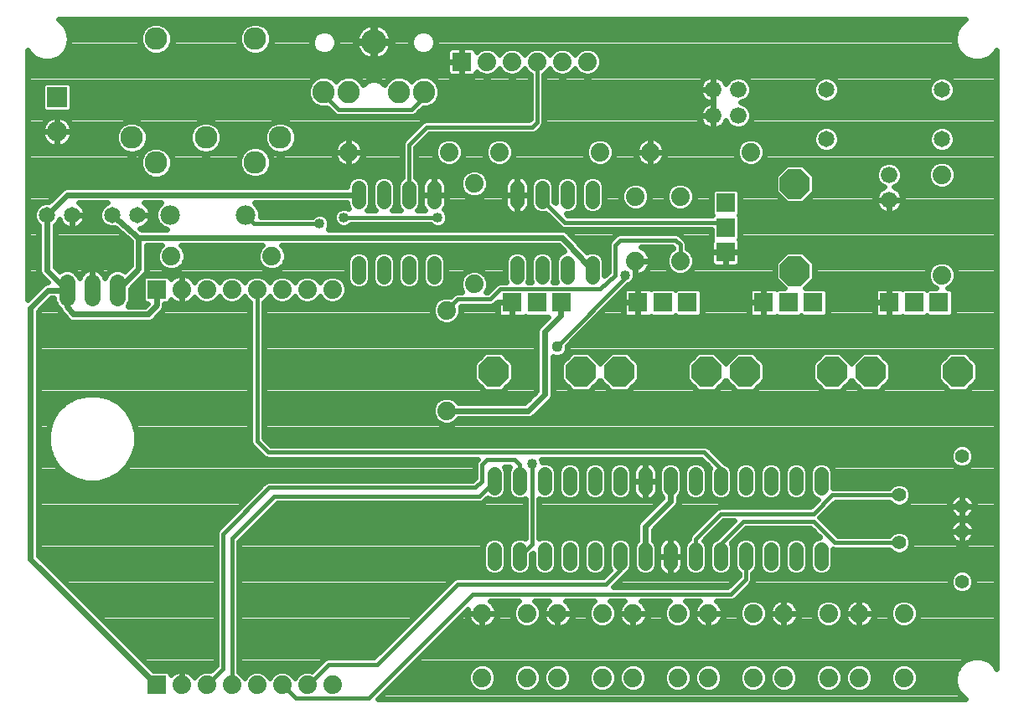
<source format=gbl>
G75*
%MOIN*%
%OFA0B0*%
%FSLAX24Y24*%
%IPPOS*%
%LPD*%
%AMOC8*
5,1,8,0,0,1.08239X$1,22.5*
%
%ADD10C,0.0640*%
%ADD11C,0.0650*%
%ADD12C,0.0800*%
%ADD13R,0.0800X0.0800*%
%ADD14R,0.0740X0.0740*%
%ADD15C,0.0740*%
%ADD16C,0.0560*%
%ADD17C,0.0560*%
%ADD18C,0.0660*%
%ADD19OC8,0.1181*%
%ADD20C,0.0780*%
%ADD21C,0.0900*%
%ADD22C,0.1000*%
%ADD23C,0.0886*%
%ADD24C,0.0240*%
%ADD25C,0.0160*%
%ADD26C,0.0400*%
%ADD27C,0.0436*%
D10*
X002025Y016405D02*
X002025Y017045D01*
X003025Y017045D02*
X003025Y016405D01*
X004025Y016405D02*
X004025Y017045D01*
D11*
X003825Y019725D03*
X004825Y019725D03*
X002225Y019725D03*
X001225Y019725D03*
X032225Y022740D03*
X032225Y024710D03*
X036825Y024710D03*
X036825Y022740D03*
D12*
X001625Y023036D03*
D13*
X001625Y024414D03*
D14*
X005583Y016760D03*
X017725Y025825D03*
X028219Y020209D03*
X028219Y019225D03*
X028219Y018241D03*
X026709Y016231D03*
X025725Y016231D03*
X024741Y016231D03*
X021709Y016231D03*
X020725Y016231D03*
X019741Y016231D03*
X029741Y016231D03*
X030725Y016231D03*
X031709Y016231D03*
X034741Y016231D03*
X035725Y016231D03*
X036709Y016231D03*
X005583Y001012D03*
D15*
X006583Y001012D03*
X007583Y001012D03*
X008583Y001012D03*
X009583Y001012D03*
X010583Y001012D03*
X011583Y001012D03*
X012583Y001012D03*
X018535Y001295D03*
X020315Y001295D03*
X021535Y001295D03*
X023315Y001295D03*
X024535Y001295D03*
X026315Y001295D03*
X027535Y001295D03*
X029315Y001295D03*
X030535Y001295D03*
X032315Y001295D03*
X033535Y001295D03*
X035315Y001295D03*
X035315Y003855D03*
X033535Y003855D03*
X032315Y003855D03*
X030535Y003855D03*
X029315Y003855D03*
X027535Y003855D03*
X026315Y003855D03*
X024535Y003855D03*
X023315Y003855D03*
X021535Y003855D03*
X020315Y003855D03*
X018535Y003855D03*
X017125Y011925D03*
X017125Y015925D03*
X018225Y016975D03*
X018225Y020975D03*
X017225Y022225D03*
X019225Y022225D03*
X023225Y022225D03*
X025225Y022225D03*
X024635Y020455D03*
X026415Y020455D03*
X029225Y022225D03*
X026415Y017895D03*
X024635Y017895D03*
X022725Y025825D03*
X021725Y025825D03*
X020725Y025825D03*
X019725Y025825D03*
X018725Y025825D03*
X013225Y022225D03*
X010175Y018075D03*
X010583Y016760D03*
X009583Y016760D03*
X008583Y016760D03*
X007583Y016760D03*
X006583Y016760D03*
X006175Y018075D03*
X011583Y016760D03*
X012583Y016760D03*
X036825Y017325D03*
X036825Y021325D03*
D16*
X022925Y020805D02*
X022925Y020245D01*
X021925Y020245D02*
X021925Y020805D01*
X020925Y020805D02*
X020925Y020245D01*
X019925Y020245D02*
X019925Y020805D01*
X016625Y020805D02*
X016625Y020245D01*
X015625Y020245D02*
X015625Y020805D01*
X014625Y020805D02*
X014625Y020245D01*
X013625Y020245D02*
X013625Y020805D01*
X013625Y017805D02*
X013625Y017245D01*
X014625Y017245D02*
X014625Y017805D01*
X015625Y017805D02*
X015625Y017245D01*
X016625Y017245D02*
X016625Y017805D01*
X019925Y017805D02*
X019925Y017245D01*
X020925Y017245D02*
X020925Y017805D01*
X021925Y017805D02*
X021925Y017245D01*
X022925Y017245D02*
X022925Y017805D01*
X023025Y009405D02*
X023025Y008845D01*
X024025Y008845D02*
X024025Y009405D01*
X025025Y009405D02*
X025025Y008845D01*
X026025Y008845D02*
X026025Y009405D01*
X027025Y009405D02*
X027025Y008845D01*
X028025Y008845D02*
X028025Y009405D01*
X029025Y009405D02*
X029025Y008845D01*
X030025Y008845D02*
X030025Y009405D01*
X031025Y009405D02*
X031025Y008845D01*
X032025Y008845D02*
X032025Y009405D01*
X032025Y006405D02*
X032025Y005845D01*
X031025Y005845D02*
X031025Y006405D01*
X030025Y006405D02*
X030025Y005845D01*
X029025Y005845D02*
X029025Y006405D01*
X028025Y006405D02*
X028025Y005845D01*
X027025Y005845D02*
X027025Y006405D01*
X026025Y006405D02*
X026025Y005845D01*
X025025Y005845D02*
X025025Y006405D01*
X024025Y006405D02*
X024025Y005845D01*
X023025Y005845D02*
X023025Y006405D01*
X022025Y006405D02*
X022025Y005845D01*
X021025Y005845D02*
X021025Y006405D01*
X020025Y006405D02*
X020025Y005845D01*
X019025Y005845D02*
X019025Y006405D01*
X019025Y008845D02*
X019025Y009405D01*
X020025Y009405D02*
X020025Y008845D01*
X021025Y008845D02*
X021025Y009405D01*
X022025Y009405D02*
X022025Y008845D01*
D17*
X035125Y008575D03*
X037625Y008125D03*
X037625Y007125D03*
X035125Y006675D03*
X037625Y005125D03*
X037625Y010125D03*
D18*
X034725Y020325D03*
X034725Y021325D03*
X028725Y023675D03*
X027725Y023675D03*
X027725Y024725D03*
X028725Y024725D03*
D19*
X030975Y020957D03*
X030975Y017493D03*
X032457Y013475D03*
X033993Y013475D03*
X037457Y013475D03*
X028993Y013475D03*
X027457Y013475D03*
X023993Y013475D03*
X022457Y013475D03*
X018993Y013475D03*
D20*
X009125Y019725D03*
X006125Y019725D03*
D21*
X005571Y021812D03*
X004599Y022808D03*
X007544Y022804D03*
X009508Y021816D03*
X010508Y022808D03*
X009508Y026738D03*
X005568Y026738D03*
D22*
X014225Y026625D03*
D23*
X013225Y024625D03*
X012225Y024625D03*
X015225Y024625D03*
X016225Y024625D03*
D24*
X007945Y003087D02*
X003961Y003087D01*
X003723Y003326D02*
X007945Y003326D01*
X007945Y003564D02*
X003484Y003564D01*
X003246Y003803D02*
X007945Y003803D01*
X007945Y004041D02*
X003007Y004041D01*
X002769Y004280D02*
X007945Y004280D01*
X007945Y004518D02*
X002530Y004518D01*
X002292Y004757D02*
X007945Y004757D01*
X007945Y004995D02*
X002053Y004995D01*
X001815Y005234D02*
X007945Y005234D01*
X007945Y005472D02*
X001576Y005472D01*
X001338Y005711D02*
X007945Y005711D01*
X007945Y005949D02*
X001099Y005949D01*
X000895Y006153D02*
X000895Y015892D01*
X001408Y016405D01*
X001505Y016405D01*
X001505Y016302D01*
X001584Y016110D01*
X001720Y015974D01*
X001724Y015966D01*
X001738Y015919D01*
X001748Y015908D01*
X001754Y015894D01*
X001788Y015859D01*
X001998Y015608D01*
X002004Y015594D01*
X002038Y015559D01*
X002070Y015521D01*
X002083Y015514D01*
X002094Y015504D01*
X002139Y015485D01*
X002183Y015462D01*
X002198Y015461D01*
X002211Y015455D01*
X002260Y015455D01*
X002309Y015451D01*
X002324Y015455D01*
X005224Y015455D01*
X005235Y015451D01*
X005287Y015455D01*
X005339Y015455D01*
X005350Y015460D01*
X005362Y015461D01*
X005409Y015484D01*
X005456Y015504D01*
X005465Y015512D01*
X005476Y015518D01*
X005510Y015557D01*
X005546Y015594D01*
X005551Y015605D01*
X005818Y015915D01*
X005855Y015952D01*
X005859Y015963D01*
X005867Y015973D01*
X005883Y016022D01*
X005903Y016070D01*
X005903Y016082D01*
X005907Y016094D01*
X005903Y016145D01*
X005903Y016190D01*
X006036Y016190D01*
X006153Y016308D01*
X006153Y016356D01*
X006199Y016310D01*
X006274Y016256D01*
X006357Y016214D01*
X006445Y016185D01*
X006537Y016170D01*
X006583Y016170D01*
X006583Y016760D01*
X006583Y016760D01*
X006583Y016170D01*
X006630Y016170D01*
X006721Y016185D01*
X006810Y016214D01*
X006892Y016256D01*
X006968Y016310D01*
X007033Y016376D01*
X007088Y016451D01*
X007091Y016458D01*
X007100Y016438D01*
X007260Y016277D01*
X007470Y016190D01*
X007697Y016190D01*
X007906Y016277D01*
X008066Y016438D01*
X008083Y016478D01*
X008100Y016438D01*
X008260Y016277D01*
X008470Y016190D01*
X008697Y016190D01*
X008906Y016277D01*
X009066Y016438D01*
X009083Y016478D01*
X009100Y016438D01*
X009260Y016277D01*
X009303Y016259D01*
X009303Y010661D01*
X009346Y010558D01*
X009425Y010479D01*
X009866Y010038D01*
X009969Y009995D01*
X018349Y009995D01*
X018288Y009934D01*
X018245Y009831D01*
X018245Y009241D01*
X018159Y009155D01*
X010019Y009155D01*
X009916Y009112D01*
X009838Y009034D01*
X007988Y007184D01*
X007945Y007081D01*
X007945Y001770D01*
X007740Y001565D01*
X007697Y001582D01*
X007470Y001582D01*
X007260Y001496D01*
X007100Y001335D01*
X007091Y001315D01*
X007088Y001322D01*
X007033Y001397D01*
X006968Y001462D01*
X006892Y001517D01*
X006810Y001559D01*
X006721Y001588D01*
X006630Y001602D01*
X006583Y001602D01*
X006537Y001602D01*
X006445Y001588D01*
X006357Y001559D01*
X006274Y001517D01*
X006199Y001462D01*
X006153Y001417D01*
X006153Y001465D01*
X006036Y001582D01*
X005466Y001582D01*
X000895Y006153D01*
X000895Y006188D02*
X007945Y006188D01*
X007945Y006426D02*
X000895Y006426D01*
X000895Y006665D02*
X007945Y006665D01*
X007945Y006903D02*
X000895Y006903D01*
X000895Y007142D02*
X007970Y007142D01*
X008184Y007380D02*
X000895Y007380D01*
X000895Y007619D02*
X008423Y007619D01*
X008661Y007857D02*
X000895Y007857D01*
X000895Y008096D02*
X008900Y008096D01*
X009138Y008334D02*
X000895Y008334D01*
X000895Y008573D02*
X009377Y008573D01*
X009615Y008811D02*
X000895Y008811D01*
X000895Y009050D02*
X009854Y009050D01*
X009949Y010004D02*
X004595Y010004D01*
X004674Y010142D02*
X004795Y010592D01*
X004795Y011058D01*
X004674Y011508D01*
X004441Y011912D01*
X004112Y012241D01*
X003708Y012474D01*
X003258Y012595D01*
X002792Y012595D01*
X002342Y012474D01*
X001938Y012241D01*
X001609Y011912D01*
X001376Y011508D01*
X001255Y011058D01*
X001255Y010592D01*
X001376Y010142D01*
X001609Y009738D01*
X001938Y009409D01*
X002342Y009176D01*
X002792Y009055D01*
X003258Y009055D01*
X003708Y009176D01*
X004112Y009409D01*
X004441Y009738D01*
X004674Y010142D01*
X004701Y010242D02*
X009662Y010242D01*
X009424Y010481D02*
X004765Y010481D01*
X004795Y010719D02*
X009303Y010719D01*
X009303Y010958D02*
X004795Y010958D01*
X004758Y011196D02*
X009303Y011196D01*
X009303Y011435D02*
X004694Y011435D01*
X004579Y011673D02*
X009303Y011673D01*
X009303Y011912D02*
X004442Y011912D01*
X004203Y012150D02*
X009303Y012150D01*
X009303Y012389D02*
X003857Y012389D01*
X002193Y012389D02*
X000895Y012389D01*
X000895Y012627D02*
X009303Y012627D01*
X009303Y012866D02*
X000895Y012866D01*
X000895Y013104D02*
X009303Y013104D01*
X009303Y013343D02*
X000895Y013343D01*
X000895Y013581D02*
X009303Y013581D01*
X009303Y013820D02*
X000895Y013820D01*
X000895Y014058D02*
X009303Y014058D01*
X009303Y014297D02*
X000895Y014297D01*
X000895Y014535D02*
X009303Y014535D01*
X009303Y014774D02*
X000895Y014774D01*
X000895Y015012D02*
X009303Y015012D01*
X009303Y015251D02*
X000895Y015251D01*
X000895Y015489D02*
X002129Y015489D01*
X002275Y015775D02*
X005275Y015775D01*
X005583Y016133D01*
X005583Y016760D01*
X006153Y017165D02*
X006153Y017213D01*
X006036Y017330D01*
X005130Y017330D01*
X005013Y017213D01*
X005013Y016308D01*
X005130Y016190D01*
X005210Y016190D01*
X005128Y016095D01*
X004450Y016095D01*
X004466Y016110D01*
X004545Y016302D01*
X004545Y016792D01*
X005056Y017304D01*
X005146Y017394D01*
X005195Y017511D01*
X005195Y018505D01*
X005799Y018505D01*
X005692Y018398D01*
X005605Y018188D01*
X005605Y017962D01*
X005692Y017752D01*
X005852Y017592D01*
X006062Y017505D01*
X006288Y017505D01*
X006498Y017592D01*
X006658Y017752D01*
X006745Y017962D01*
X006745Y018188D01*
X006658Y018398D01*
X006551Y018505D01*
X009799Y018505D01*
X009692Y018398D01*
X009605Y018188D01*
X009605Y017962D01*
X009692Y017752D01*
X009852Y017592D01*
X010062Y017505D01*
X010288Y017505D01*
X010498Y017592D01*
X010658Y017752D01*
X010745Y017962D01*
X010745Y018188D01*
X010658Y018398D01*
X010551Y018505D01*
X021585Y018505D01*
X021799Y018273D01*
X021653Y018212D01*
X021518Y018077D01*
X021445Y017900D01*
X021445Y017150D01*
X021484Y017055D01*
X021366Y017055D01*
X021405Y017150D01*
X021405Y017900D01*
X021332Y018077D01*
X021197Y018212D01*
X021020Y018285D01*
X020830Y018285D01*
X020653Y018212D01*
X020518Y018077D01*
X020445Y017900D01*
X020445Y017150D01*
X020484Y017055D01*
X020366Y017055D01*
X020405Y017150D01*
X020405Y017900D01*
X020332Y018077D01*
X020197Y018212D01*
X020020Y018285D01*
X019830Y018285D01*
X019653Y018212D01*
X019518Y018077D01*
X019445Y017900D01*
X019445Y017150D01*
X019484Y017055D01*
X019219Y017055D01*
X019116Y017012D01*
X019038Y016934D01*
X019038Y016934D01*
X018759Y016655D01*
X018709Y016655D01*
X018795Y016862D01*
X018795Y017088D01*
X018708Y017298D01*
X018548Y017458D01*
X018338Y017545D01*
X018112Y017545D01*
X017902Y017458D01*
X017742Y017298D01*
X017655Y017088D01*
X017655Y016862D01*
X017741Y016655D01*
X017519Y016655D01*
X017416Y016612D01*
X017281Y016477D01*
X017238Y016495D01*
X017012Y016495D01*
X016802Y016408D01*
X016642Y016248D01*
X016555Y016038D01*
X016555Y015812D01*
X016642Y015602D01*
X016802Y015442D01*
X017012Y015355D01*
X017238Y015355D01*
X017448Y015442D01*
X017608Y015602D01*
X017695Y015812D01*
X017695Y016038D01*
X017677Y016081D01*
X017691Y016095D01*
X018931Y016095D01*
X019034Y016138D01*
X019151Y016255D01*
X019151Y016231D01*
X019741Y016231D01*
X019741Y015641D01*
X020140Y015641D01*
X020196Y015656D01*
X020246Y015685D01*
X020247Y015686D01*
X020272Y015661D01*
X021158Y015661D01*
X020754Y015256D01*
X020705Y015139D01*
X020705Y012708D01*
X020242Y012245D01*
X017609Y012245D01*
X017608Y012248D01*
X017448Y012408D01*
X017238Y012495D01*
X017012Y012495D01*
X016802Y012408D01*
X016642Y012248D01*
X016555Y012038D01*
X016555Y011812D01*
X016642Y011602D01*
X016802Y011442D01*
X017012Y011355D01*
X017238Y011355D01*
X017448Y011442D01*
X017608Y011602D01*
X017609Y011605D01*
X020439Y011605D01*
X020556Y011654D01*
X020646Y011744D01*
X021296Y012394D01*
X021345Y012511D01*
X021345Y014097D01*
X021442Y014057D01*
X021608Y014057D01*
X021762Y014121D01*
X021879Y014238D01*
X021943Y014392D01*
X021943Y014501D01*
X024335Y016938D01*
X024452Y016986D01*
X024564Y017098D01*
X024625Y017245D01*
X024625Y017305D01*
X024635Y017305D01*
X024681Y017305D01*
X024773Y017320D01*
X024861Y017348D01*
X024944Y017390D01*
X025019Y017445D01*
X025085Y017511D01*
X025140Y017586D01*
X025182Y017669D01*
X025210Y017757D01*
X025225Y017849D01*
X025225Y017895D01*
X025225Y017941D01*
X025210Y018033D01*
X025182Y018121D01*
X025140Y018204D01*
X025085Y018279D01*
X025019Y018345D01*
X024944Y018400D01*
X024861Y018442D01*
X024852Y018445D01*
X026109Y018445D01*
X026135Y018419D01*
X026135Y018396D01*
X026092Y018378D01*
X025932Y018218D01*
X025845Y018008D01*
X025845Y017782D01*
X025932Y017572D01*
X026092Y017412D01*
X026302Y017325D01*
X026528Y017325D01*
X026738Y017412D01*
X026898Y017572D01*
X026985Y017782D01*
X026985Y018008D01*
X026898Y018218D01*
X026738Y018378D01*
X026695Y018396D01*
X026695Y018591D01*
X026652Y018694D01*
X026574Y018772D01*
X026384Y018962D01*
X026281Y019005D01*
X023969Y019005D01*
X023866Y018962D01*
X023788Y018884D01*
X023588Y018684D01*
X023545Y018581D01*
X023545Y017448D01*
X023405Y017320D01*
X023405Y017900D01*
X023332Y018077D01*
X023197Y018212D01*
X023020Y018285D01*
X022830Y018285D01*
X022706Y018234D01*
X021999Y019000D01*
X021996Y019006D01*
X021956Y019047D01*
X021917Y019089D01*
X021911Y019092D01*
X021906Y019096D01*
X021853Y019118D01*
X021801Y019142D01*
X021795Y019142D01*
X021789Y019145D01*
X021731Y019145D01*
X021674Y019147D01*
X021668Y019145D01*
X012411Y019145D01*
X012414Y019148D01*
X012475Y019295D01*
X012475Y019455D01*
X012414Y019602D01*
X012302Y019714D01*
X012155Y019775D01*
X011995Y019775D01*
X011848Y019714D01*
X011789Y019655D01*
X009715Y019655D01*
X009715Y019842D01*
X009625Y020059D01*
X009479Y020205D01*
X013145Y020205D01*
X013145Y020150D01*
X013216Y019979D01*
X013105Y020025D01*
X012945Y020025D01*
X012798Y019964D01*
X012686Y019852D01*
X012625Y019705D01*
X012625Y019545D01*
X012686Y019398D01*
X012798Y019286D01*
X012945Y019225D01*
X013105Y019225D01*
X013252Y019286D01*
X013311Y019345D01*
X016489Y019345D01*
X016548Y019286D01*
X016695Y019225D01*
X016855Y019225D01*
X017002Y019286D01*
X017114Y019398D01*
X017175Y019545D01*
X017175Y019705D01*
X017114Y019852D01*
X017023Y019942D01*
X017053Y019983D01*
X017088Y020053D01*
X017113Y020128D01*
X017125Y020206D01*
X017125Y020525D01*
X017125Y020844D01*
X017113Y020922D01*
X017088Y020997D01*
X017053Y021067D01*
X017006Y021131D01*
X016951Y021186D01*
X016887Y021233D01*
X016817Y021268D01*
X016742Y021293D01*
X016664Y021305D01*
X016625Y021305D01*
X016625Y020525D01*
X017125Y020525D01*
X016625Y020525D01*
X016625Y020525D01*
X016625Y020525D01*
X016625Y020525D01*
X016125Y020525D01*
X016125Y020844D01*
X016137Y020922D01*
X016162Y020997D01*
X016197Y021067D01*
X016244Y021131D01*
X016299Y021186D01*
X016363Y021233D01*
X016433Y021268D01*
X016508Y021293D01*
X016586Y021305D01*
X016625Y021305D01*
X016625Y020525D01*
X016125Y020525D01*
X016125Y020206D01*
X016137Y020128D01*
X016162Y020053D01*
X016197Y019983D01*
X016244Y019919D01*
X016258Y019905D01*
X015964Y019905D01*
X016032Y019973D01*
X016105Y020150D01*
X016105Y020900D01*
X016032Y021077D01*
X015905Y021204D01*
X015905Y022409D01*
X016441Y022945D01*
X020581Y022945D01*
X020684Y022988D01*
X020884Y023188D01*
X020962Y023266D01*
X021005Y023369D01*
X021005Y025324D01*
X021048Y025342D01*
X021208Y025502D01*
X021225Y025543D01*
X021242Y025502D01*
X021402Y025342D01*
X021612Y025255D01*
X021838Y025255D01*
X022048Y025342D01*
X022208Y025502D01*
X022225Y025543D01*
X022242Y025502D01*
X022402Y025342D01*
X022612Y025255D01*
X022838Y025255D01*
X023048Y025342D01*
X023208Y025502D01*
X023295Y025712D01*
X023295Y025938D01*
X023208Y026148D01*
X023048Y026308D01*
X022838Y026395D01*
X022612Y026395D01*
X022402Y026308D01*
X022242Y026148D01*
X022225Y026107D01*
X022208Y026148D01*
X022048Y026308D01*
X021838Y026395D01*
X021612Y026395D01*
X021402Y026308D01*
X021242Y026148D01*
X021225Y026107D01*
X021208Y026148D01*
X021048Y026308D01*
X020838Y026395D01*
X020612Y026395D01*
X020402Y026308D01*
X020242Y026148D01*
X020225Y026107D01*
X020208Y026148D01*
X020048Y026308D01*
X019838Y026395D01*
X019612Y026395D01*
X019402Y026308D01*
X019242Y026148D01*
X019225Y026107D01*
X019208Y026148D01*
X019048Y026308D01*
X018838Y026395D01*
X018612Y026395D01*
X018402Y026308D01*
X018315Y026221D01*
X018315Y026224D01*
X018300Y026280D01*
X018271Y026330D01*
X018230Y026371D01*
X018180Y026400D01*
X018124Y026415D01*
X017725Y026415D01*
X017725Y025825D01*
X017725Y025825D01*
X017725Y025235D01*
X018124Y025235D01*
X018180Y025250D01*
X018230Y025279D01*
X018271Y025320D01*
X018300Y025370D01*
X018315Y025426D01*
X018315Y025429D01*
X018402Y025342D01*
X018612Y025255D01*
X018838Y025255D01*
X019048Y025342D01*
X019208Y025502D01*
X019225Y025543D01*
X019242Y025502D01*
X019402Y025342D01*
X019612Y025255D01*
X019838Y025255D01*
X020048Y025342D01*
X020208Y025502D01*
X020225Y025543D01*
X020242Y025502D01*
X020402Y025342D01*
X020445Y025324D01*
X020445Y023541D01*
X020409Y023505D01*
X016269Y023505D01*
X016166Y023462D01*
X015466Y022762D01*
X015388Y022684D01*
X015345Y022581D01*
X015345Y021204D01*
X015218Y021077D01*
X015145Y020900D01*
X015145Y020150D01*
X015218Y019973D01*
X015286Y019905D01*
X014964Y019905D01*
X015032Y019973D01*
X015105Y020150D01*
X015105Y020900D01*
X015032Y021077D01*
X014897Y021212D01*
X014720Y021285D01*
X014530Y021285D01*
X014353Y021212D01*
X014218Y021077D01*
X014145Y020900D01*
X014145Y020150D01*
X014218Y019973D01*
X014286Y019905D01*
X013964Y019905D01*
X014032Y019973D01*
X014105Y020150D01*
X014105Y020900D01*
X014032Y021077D01*
X013897Y021212D01*
X013720Y021285D01*
X013530Y021285D01*
X013353Y021212D01*
X013218Y021077D01*
X013145Y020900D01*
X013145Y020845D01*
X001961Y020845D01*
X001844Y020796D01*
X001297Y020250D01*
X001121Y020250D01*
X000928Y020170D01*
X000780Y020022D01*
X000700Y019829D01*
X000700Y019621D01*
X000780Y019428D01*
X000905Y019303D01*
X000905Y017461D01*
X000954Y017344D01*
X001044Y017254D01*
X001252Y017045D01*
X001211Y017045D01*
X001094Y016996D01*
X001004Y016906D01*
X000450Y016353D01*
X000450Y026287D01*
X000533Y026144D01*
X000773Y025942D01*
X001068Y025835D01*
X001382Y025835D01*
X001677Y025942D01*
X001917Y026144D01*
X001917Y026144D01*
X001917Y026144D01*
X002074Y026416D01*
X002129Y026725D01*
X002074Y027034D01*
X002074Y027034D01*
X001917Y027306D01*
X001686Y027500D01*
X037764Y027500D01*
X037533Y027306D01*
X037533Y027306D01*
X037376Y027034D01*
X037321Y026725D01*
X037376Y026416D01*
X037533Y026144D01*
X037773Y025942D01*
X037773Y025942D01*
X038068Y025835D01*
X038382Y025835D01*
X038677Y025942D01*
X038917Y026144D01*
X038917Y026144D01*
X038917Y026144D01*
X039000Y026287D01*
X039000Y001663D01*
X038917Y001806D01*
X038677Y002008D01*
X038677Y002008D01*
X038382Y002115D01*
X038068Y002115D01*
X037773Y002008D01*
X037533Y001806D01*
X037533Y001806D01*
X037376Y001534D01*
X037321Y001225D01*
X037376Y000916D01*
X037376Y000916D01*
X037533Y000644D01*
X037764Y000450D01*
X014396Y000450D01*
X017969Y004023D01*
X017960Y003993D01*
X017945Y003901D01*
X017945Y003855D01*
X018535Y003855D01*
X019125Y003855D01*
X019125Y003901D01*
X019110Y003993D01*
X019082Y004081D01*
X019040Y004164D01*
X018985Y004239D01*
X018919Y004305D01*
X018864Y004345D01*
X020008Y004345D01*
X019992Y004338D01*
X019832Y004178D01*
X019745Y003968D01*
X019745Y003742D01*
X019832Y003532D01*
X019992Y003372D01*
X020202Y003285D01*
X020428Y003285D01*
X020638Y003372D01*
X020798Y003532D01*
X020885Y003742D01*
X020885Y003968D01*
X020798Y004178D01*
X020638Y004338D01*
X020622Y004345D01*
X021206Y004345D01*
X021151Y004305D01*
X021085Y004239D01*
X021030Y004164D01*
X020988Y004081D01*
X020960Y003993D01*
X020945Y003901D01*
X020945Y003855D01*
X021535Y003855D01*
X022125Y003855D01*
X022125Y003901D01*
X022110Y003993D01*
X022082Y004081D01*
X022040Y004164D01*
X021985Y004239D01*
X021919Y004305D01*
X021864Y004345D01*
X023008Y004345D01*
X022992Y004338D01*
X022832Y004178D01*
X022745Y003968D01*
X022745Y003742D01*
X022832Y003532D01*
X022992Y003372D01*
X023202Y003285D01*
X023428Y003285D01*
X023638Y003372D01*
X023798Y003532D01*
X023885Y003742D01*
X023885Y003968D01*
X023798Y004178D01*
X023638Y004338D01*
X023622Y004345D01*
X024206Y004345D01*
X024151Y004305D01*
X024085Y004239D01*
X024030Y004164D01*
X023988Y004081D01*
X023960Y003993D01*
X023945Y003901D01*
X023945Y003855D01*
X024535Y003855D01*
X025125Y003855D01*
X025125Y003901D01*
X025110Y003993D01*
X025082Y004081D01*
X025040Y004164D01*
X024985Y004239D01*
X024919Y004305D01*
X024864Y004345D01*
X026008Y004345D01*
X025992Y004338D01*
X025832Y004178D01*
X025745Y003968D01*
X025745Y003742D01*
X025832Y003532D01*
X025992Y003372D01*
X026202Y003285D01*
X026428Y003285D01*
X026638Y003372D01*
X026798Y003532D01*
X026885Y003742D01*
X026885Y003968D01*
X026798Y004178D01*
X026638Y004338D01*
X026622Y004345D01*
X027206Y004345D01*
X027151Y004305D01*
X027085Y004239D01*
X027030Y004164D01*
X026988Y004081D01*
X026960Y003993D01*
X026945Y003901D01*
X026945Y003855D01*
X027535Y003855D01*
X028125Y003855D01*
X028125Y003901D01*
X028110Y003993D01*
X028082Y004081D01*
X028040Y004164D01*
X027985Y004239D01*
X027919Y004305D01*
X027864Y004345D01*
X028481Y004345D01*
X028584Y004388D01*
X029184Y004988D01*
X029262Y005066D01*
X029305Y005169D01*
X029305Y005446D01*
X029432Y005573D01*
X029505Y005750D01*
X029505Y006500D01*
X029432Y006677D01*
X029297Y006812D01*
X029120Y006885D01*
X028930Y006885D01*
X028753Y006812D01*
X028618Y006677D01*
X028545Y006500D01*
X028545Y005750D01*
X028618Y005573D01*
X028745Y005446D01*
X028745Y005341D01*
X028309Y004905D01*
X023751Y004905D01*
X024184Y005338D01*
X024262Y005416D01*
X024266Y005425D01*
X024297Y005438D01*
X024432Y005573D01*
X024505Y005750D01*
X024505Y006500D01*
X024432Y006677D01*
X024297Y006812D01*
X024120Y006885D01*
X023930Y006885D01*
X023753Y006812D01*
X023618Y006677D01*
X023545Y006500D01*
X023545Y005750D01*
X023618Y005573D01*
X023623Y005569D01*
X023359Y005305D01*
X017490Y005305D01*
X017387Y005262D01*
X014230Y002105D01*
X012369Y002105D01*
X012266Y002062D01*
X011760Y001556D01*
X011697Y001582D01*
X011470Y001582D01*
X011260Y001496D01*
X011100Y001335D01*
X011083Y001295D01*
X011066Y001335D01*
X010906Y001496D01*
X010697Y001582D01*
X010470Y001582D01*
X010260Y001496D01*
X010100Y001335D01*
X010083Y001295D01*
X010066Y001335D01*
X009906Y001496D01*
X009697Y001582D01*
X009470Y001582D01*
X009260Y001496D01*
X009100Y001335D01*
X009083Y001295D01*
X009066Y001335D01*
X008906Y001496D01*
X008863Y001513D01*
X008863Y006717D01*
X010391Y008245D01*
X018481Y008245D01*
X018584Y008288D01*
X018662Y008366D01*
X018744Y008448D01*
X018753Y008438D01*
X018930Y008365D01*
X019120Y008365D01*
X019297Y008438D01*
X019432Y008573D01*
X019505Y008750D01*
X019505Y009500D01*
X019432Y009677D01*
X019414Y009695D01*
X019636Y009695D01*
X019618Y009677D01*
X019545Y009500D01*
X019545Y008750D01*
X019618Y008573D01*
X019753Y008438D01*
X019930Y008365D01*
X020120Y008365D01*
X020245Y008417D01*
X020245Y006833D01*
X020120Y006885D01*
X019930Y006885D01*
X019753Y006812D01*
X019618Y006677D01*
X019545Y006500D01*
X019545Y005750D01*
X019618Y005573D01*
X019753Y005438D01*
X019930Y005365D01*
X020120Y005365D01*
X020297Y005438D01*
X020432Y005573D01*
X020505Y005750D01*
X020505Y006209D01*
X020545Y006249D01*
X020545Y005750D01*
X020618Y005573D01*
X020753Y005438D01*
X020930Y005365D01*
X021120Y005365D01*
X021297Y005438D01*
X021432Y005573D01*
X021505Y005750D01*
X021505Y006500D01*
X021432Y006677D01*
X021297Y006812D01*
X021120Y006885D01*
X020930Y006885D01*
X020805Y006833D01*
X020805Y008417D01*
X020930Y008365D01*
X021120Y008365D01*
X021297Y008438D01*
X021432Y008573D01*
X021505Y008750D01*
X021505Y009500D01*
X021432Y009677D01*
X021297Y009812D01*
X021120Y009885D01*
X020930Y009885D01*
X020925Y009883D01*
X020925Y009905D01*
X020888Y009995D01*
X027259Y009995D01*
X027606Y009648D01*
X027545Y009500D01*
X027545Y008750D01*
X027618Y008573D01*
X027753Y008438D01*
X027930Y008365D01*
X028120Y008365D01*
X028297Y008438D01*
X028432Y008573D01*
X028505Y008750D01*
X028505Y009500D01*
X028432Y009677D01*
X028297Y009812D01*
X028190Y009856D01*
X027612Y010434D01*
X027534Y010512D01*
X027431Y010555D01*
X010141Y010555D01*
X009863Y010833D01*
X009863Y016259D01*
X009906Y016277D01*
X010066Y016438D01*
X010083Y016478D01*
X010100Y016438D01*
X010260Y016277D01*
X010470Y016190D01*
X010697Y016190D01*
X010906Y016277D01*
X011066Y016438D01*
X011083Y016478D01*
X011100Y016438D01*
X011260Y016277D01*
X011470Y016190D01*
X011697Y016190D01*
X011906Y016277D01*
X012066Y016438D01*
X012083Y016478D01*
X012100Y016438D01*
X012260Y016277D01*
X012470Y016190D01*
X012697Y016190D01*
X012906Y016277D01*
X013066Y016438D01*
X013153Y016647D01*
X013153Y016874D01*
X013066Y017083D01*
X012906Y017244D01*
X012697Y017330D01*
X012470Y017330D01*
X012260Y017244D01*
X012100Y017083D01*
X012083Y017043D01*
X012066Y017083D01*
X011906Y017244D01*
X011697Y017330D01*
X011470Y017330D01*
X011260Y017244D01*
X011100Y017083D01*
X011083Y017043D01*
X011066Y017083D01*
X010906Y017244D01*
X010697Y017330D01*
X010470Y017330D01*
X010260Y017244D01*
X010100Y017083D01*
X010083Y017043D01*
X010066Y017083D01*
X009906Y017244D01*
X009697Y017330D01*
X009470Y017330D01*
X009260Y017244D01*
X009100Y017083D01*
X009083Y017043D01*
X009066Y017083D01*
X008906Y017244D01*
X008697Y017330D01*
X008470Y017330D01*
X008260Y017244D01*
X008100Y017083D01*
X008083Y017043D01*
X008066Y017083D01*
X007906Y017244D01*
X007697Y017330D01*
X007470Y017330D01*
X007260Y017244D01*
X007100Y017083D01*
X007091Y017063D01*
X007088Y017070D01*
X007033Y017145D01*
X006968Y017210D01*
X006892Y017265D01*
X006810Y017307D01*
X006721Y017336D01*
X006630Y017350D01*
X006583Y017350D01*
X006537Y017350D01*
X006445Y017336D01*
X006357Y017307D01*
X006274Y017265D01*
X006199Y017210D01*
X006153Y017165D01*
X006583Y017159D02*
X006583Y017159D01*
X006583Y017350D02*
X006583Y016760D01*
X006583Y016760D01*
X006583Y017350D01*
X006542Y017636D02*
X009808Y017636D01*
X009641Y017874D02*
X006709Y017874D01*
X006745Y018113D02*
X009605Y018113D01*
X009672Y018351D02*
X006678Y018351D01*
X005672Y018351D02*
X005195Y018351D01*
X005195Y018113D02*
X005605Y018113D01*
X005641Y017874D02*
X005195Y017874D01*
X005195Y017636D02*
X005808Y017636D01*
X005148Y017397D02*
X013145Y017397D01*
X013145Y017159D02*
X012991Y017159D01*
X013145Y017150D02*
X013218Y016973D01*
X013353Y016838D01*
X013530Y016765D01*
X013720Y016765D01*
X013897Y016838D01*
X014032Y016973D01*
X014105Y017150D01*
X014105Y017900D01*
X014032Y018077D01*
X013897Y018212D01*
X013720Y018285D01*
X013530Y018285D01*
X013353Y018212D01*
X013218Y018077D01*
X013145Y017900D01*
X013145Y017150D01*
X013134Y016920D02*
X013271Y016920D01*
X013153Y016682D02*
X017730Y016682D01*
X017655Y016920D02*
X016979Y016920D01*
X017032Y016973D02*
X017105Y017150D01*
X017105Y017900D01*
X017032Y018077D01*
X016897Y018212D01*
X016720Y018285D01*
X016530Y018285D01*
X016353Y018212D01*
X016218Y018077D01*
X016145Y017900D01*
X016145Y017150D01*
X016218Y016973D01*
X016353Y016838D01*
X016530Y016765D01*
X016720Y016765D01*
X016897Y016838D01*
X017032Y016973D01*
X017105Y017159D02*
X017684Y017159D01*
X017841Y017397D02*
X017105Y017397D01*
X017105Y017636D02*
X019445Y017636D01*
X019445Y017874D02*
X017105Y017874D01*
X016996Y018113D02*
X019554Y018113D01*
X020296Y018113D02*
X020554Y018113D01*
X020445Y017874D02*
X020405Y017874D01*
X020405Y017636D02*
X020445Y017636D01*
X020445Y017397D02*
X020405Y017397D01*
X020405Y017159D02*
X020445Y017159D01*
X019445Y017159D02*
X018766Y017159D01*
X018795Y016920D02*
X019024Y016920D01*
X018786Y016682D02*
X018720Y016682D01*
X019100Y016205D02*
X019151Y016205D01*
X019151Y016231D02*
X019151Y015832D01*
X019166Y015776D01*
X019195Y015726D01*
X019236Y015685D01*
X019286Y015656D01*
X019342Y015641D01*
X019741Y015641D01*
X019741Y016231D01*
X019741Y016231D01*
X019741Y016231D01*
X019151Y016231D01*
X019151Y015966D02*
X017695Y015966D01*
X017660Y015728D02*
X019194Y015728D01*
X019741Y015728D02*
X019741Y015728D01*
X019741Y015966D02*
X019741Y015966D01*
X019741Y016205D02*
X019741Y016205D01*
X020751Y015251D02*
X009863Y015251D01*
X009863Y015489D02*
X016755Y015489D01*
X016590Y015728D02*
X009863Y015728D01*
X009863Y015966D02*
X016555Y015966D01*
X016624Y016205D02*
X012731Y016205D01*
X012436Y016205D02*
X011731Y016205D01*
X011436Y016205D02*
X010731Y016205D01*
X010436Y016205D02*
X009863Y016205D01*
X010069Y016443D02*
X010098Y016443D01*
X010175Y017159D02*
X009991Y017159D01*
X010542Y017636D02*
X013145Y017636D01*
X013145Y017874D02*
X010709Y017874D01*
X010745Y018113D02*
X013254Y018113D01*
X013996Y018113D02*
X014254Y018113D01*
X014218Y018077D02*
X014145Y017900D01*
X014145Y017150D01*
X014218Y016973D01*
X014353Y016838D01*
X014530Y016765D01*
X014720Y016765D01*
X014897Y016838D01*
X015032Y016973D01*
X015105Y017150D01*
X015105Y017900D01*
X015032Y018077D01*
X014897Y018212D01*
X014720Y018285D01*
X014530Y018285D01*
X014353Y018212D01*
X014218Y018077D01*
X014145Y017874D02*
X014105Y017874D01*
X014105Y017636D02*
X014145Y017636D01*
X014145Y017397D02*
X014105Y017397D01*
X014105Y017159D02*
X014145Y017159D01*
X014271Y016920D02*
X013979Y016920D01*
X014979Y016920D02*
X015271Y016920D01*
X015218Y016973D02*
X015353Y016838D01*
X015530Y016765D01*
X015720Y016765D01*
X015897Y016838D01*
X016032Y016973D01*
X016105Y017150D01*
X016105Y017900D01*
X016032Y018077D01*
X015897Y018212D01*
X015720Y018285D01*
X015530Y018285D01*
X015353Y018212D01*
X015218Y018077D01*
X015145Y017900D01*
X015145Y017150D01*
X015218Y016973D01*
X015145Y017159D02*
X015105Y017159D01*
X015105Y017397D02*
X015145Y017397D01*
X015145Y017636D02*
X015105Y017636D01*
X015105Y017874D02*
X015145Y017874D01*
X015254Y018113D02*
X014996Y018113D01*
X015996Y018113D02*
X016254Y018113D01*
X016145Y017874D02*
X016105Y017874D01*
X016105Y017636D02*
X016145Y017636D01*
X016145Y017397D02*
X016105Y017397D01*
X016105Y017159D02*
X016145Y017159D01*
X016271Y016920D02*
X015979Y016920D01*
X016886Y016443D02*
X013069Y016443D01*
X012098Y016443D02*
X012069Y016443D01*
X011991Y017159D02*
X012175Y017159D01*
X011175Y017159D02*
X010991Y017159D01*
X011069Y016443D02*
X011098Y016443D01*
X009303Y016205D02*
X008731Y016205D01*
X008436Y016205D02*
X007731Y016205D01*
X007436Y016205D02*
X006782Y016205D01*
X006583Y016205D02*
X006583Y016205D01*
X006385Y016205D02*
X006050Y016205D01*
X005862Y015966D02*
X009303Y015966D01*
X009303Y015728D02*
X005656Y015728D01*
X005421Y015489D02*
X009303Y015489D01*
X009863Y015012D02*
X020705Y015012D01*
X020705Y014774D02*
X009863Y014774D01*
X009863Y014535D02*
X020705Y014535D01*
X020705Y014297D02*
X009863Y014297D01*
X009863Y014058D02*
X018458Y014058D01*
X018665Y014266D02*
X018202Y013802D01*
X018202Y013148D01*
X018665Y012684D01*
X019320Y012684D01*
X019783Y013148D01*
X019783Y013802D01*
X019320Y014266D01*
X018665Y014266D01*
X018219Y013820D02*
X009863Y013820D01*
X009863Y013581D02*
X018202Y013581D01*
X018202Y013343D02*
X009863Y013343D01*
X009863Y013104D02*
X018246Y013104D01*
X018484Y012866D02*
X009863Y012866D01*
X009863Y012627D02*
X020624Y012627D01*
X020705Y012866D02*
X019501Y012866D01*
X019740Y013104D02*
X020705Y013104D01*
X020705Y013343D02*
X019783Y013343D01*
X019783Y013581D02*
X020705Y013581D01*
X020705Y013820D02*
X019766Y013820D01*
X019528Y014058D02*
X020705Y014058D01*
X021345Y014058D02*
X021439Y014058D01*
X021611Y014058D02*
X021922Y014058D01*
X021904Y014297D02*
X039000Y014297D01*
X039000Y014535D02*
X021976Y014535D01*
X022130Y014266D02*
X021667Y013802D01*
X021667Y013148D01*
X022130Y012684D01*
X022785Y012684D01*
X023225Y013125D01*
X023665Y012684D01*
X024320Y012684D01*
X024783Y013148D01*
X024783Y013802D01*
X024320Y014266D01*
X023665Y014266D01*
X023225Y013825D01*
X022785Y014266D01*
X022130Y014266D01*
X022210Y014774D02*
X039000Y014774D01*
X039000Y015012D02*
X022445Y015012D01*
X022679Y015251D02*
X039000Y015251D01*
X039000Y015489D02*
X022913Y015489D01*
X023147Y015728D02*
X024194Y015728D01*
X024195Y015726D02*
X024236Y015685D01*
X024286Y015656D01*
X024342Y015641D01*
X024741Y015641D01*
X025140Y015641D01*
X025196Y015656D01*
X025246Y015685D01*
X025247Y015686D01*
X025272Y015661D01*
X026178Y015661D01*
X026217Y015700D01*
X026256Y015661D01*
X027162Y015661D01*
X027279Y015778D01*
X027279Y016684D01*
X027162Y016801D01*
X026256Y016801D01*
X026217Y016762D01*
X026178Y016801D01*
X025272Y016801D01*
X025247Y016776D01*
X025246Y016777D01*
X025196Y016806D01*
X025140Y016821D01*
X024741Y016821D01*
X024741Y016231D01*
X024741Y016231D01*
X024741Y015641D01*
X024741Y016231D01*
X024741Y016231D01*
X024741Y016821D01*
X024342Y016821D01*
X024286Y016806D01*
X024236Y016777D01*
X024195Y016736D01*
X024166Y016686D01*
X024151Y016630D01*
X024151Y016231D01*
X024741Y016231D01*
X024741Y016231D01*
X024151Y016231D01*
X024151Y015832D01*
X024166Y015776D01*
X024195Y015726D01*
X024151Y015966D02*
X023381Y015966D01*
X023615Y016205D02*
X024151Y016205D01*
X024151Y016443D02*
X023850Y016443D01*
X024084Y016682D02*
X024165Y016682D01*
X024318Y016920D02*
X030430Y016920D01*
X030549Y016801D02*
X030272Y016801D01*
X030247Y016776D01*
X030246Y016777D01*
X030196Y016806D01*
X030140Y016821D01*
X029741Y016821D01*
X029741Y016231D01*
X029741Y016231D01*
X029741Y015641D01*
X030140Y015641D01*
X030196Y015656D01*
X030246Y015685D01*
X030247Y015686D01*
X030272Y015661D01*
X031178Y015661D01*
X031217Y015700D01*
X031256Y015661D01*
X032162Y015661D01*
X032279Y015778D01*
X032279Y016684D01*
X032162Y016801D01*
X031401Y016801D01*
X031766Y017165D01*
X031766Y017820D01*
X031302Y018283D01*
X030648Y018283D01*
X030184Y017820D01*
X030184Y017165D01*
X030549Y016801D01*
X030191Y017159D02*
X024589Y017159D01*
X024635Y017305D02*
X024635Y017895D01*
X025225Y017895D01*
X024635Y017895D01*
X024635Y017895D01*
X024635Y017305D01*
X024635Y017397D02*
X024635Y017397D01*
X024635Y017636D02*
X024635Y017636D01*
X024635Y017874D02*
X024635Y017874D01*
X024635Y017895D02*
X024635Y017895D01*
X025165Y017636D02*
X025906Y017636D01*
X025845Y017874D02*
X025225Y017874D01*
X025185Y018113D02*
X025888Y018113D01*
X026065Y018351D02*
X025011Y018351D01*
X024953Y017397D02*
X026128Y017397D01*
X026702Y017397D02*
X030184Y017397D01*
X030184Y017636D02*
X026924Y017636D01*
X026985Y017874D02*
X027629Y017874D01*
X027629Y017842D02*
X027644Y017786D01*
X027673Y017736D01*
X027714Y017695D01*
X027764Y017666D01*
X027820Y017651D01*
X028219Y017651D01*
X028219Y018241D01*
X028219Y018241D01*
X027629Y018241D01*
X027629Y018640D01*
X027644Y018696D01*
X027673Y018746D01*
X027674Y018747D01*
X027649Y018772D01*
X027649Y019145D01*
X021769Y019145D01*
X021666Y019188D01*
X021588Y019266D01*
X021069Y019785D01*
X021020Y019765D01*
X020830Y019765D01*
X020653Y019838D01*
X020518Y019973D01*
X020445Y020150D01*
X020445Y020900D01*
X020518Y021077D01*
X020653Y021212D01*
X020830Y021285D01*
X021020Y021285D01*
X021197Y021212D01*
X021332Y021077D01*
X021405Y020900D01*
X021405Y020241D01*
X021445Y020201D01*
X021445Y020900D01*
X021518Y021077D01*
X021653Y021212D01*
X021830Y021285D01*
X022020Y021285D01*
X022197Y021212D01*
X022332Y021077D01*
X022405Y020900D01*
X022405Y020150D01*
X022332Y019973D01*
X022197Y019838D01*
X022020Y019765D01*
X021881Y019765D01*
X021941Y019705D01*
X027676Y019705D01*
X027688Y019717D01*
X027649Y019756D01*
X027649Y020662D01*
X027766Y020779D01*
X028672Y020779D01*
X028789Y020662D01*
X028789Y019756D01*
X028750Y019717D01*
X028789Y019678D01*
X028789Y018772D01*
X028764Y018747D01*
X028765Y018746D01*
X028794Y018696D01*
X028809Y018640D01*
X028809Y018241D01*
X028219Y018241D01*
X028219Y018241D01*
X027629Y018241D01*
X027629Y017842D01*
X027629Y018113D02*
X026942Y018113D01*
X026765Y018351D02*
X027629Y018351D01*
X027629Y018590D02*
X026695Y018590D01*
X026518Y018828D02*
X027649Y018828D01*
X027649Y019067D02*
X021938Y019067D01*
X021725Y018825D02*
X022925Y017525D01*
X023405Y017636D02*
X023545Y017636D01*
X023545Y017874D02*
X023405Y017874D01*
X023296Y018113D02*
X023545Y018113D01*
X023545Y018351D02*
X022598Y018351D01*
X022378Y018590D02*
X023549Y018590D01*
X023732Y018828D02*
X022158Y018828D01*
X021725Y018825D02*
X004875Y018825D01*
X004875Y017575D01*
X004025Y016725D01*
X004545Y016682D02*
X005013Y016682D01*
X005013Y016920D02*
X004673Y016920D01*
X004911Y017159D02*
X005013Y017159D01*
X004483Y017636D02*
X001567Y017636D01*
X001545Y017658D02*
X001545Y019303D01*
X001670Y019428D01*
X001714Y019534D01*
X001720Y019516D01*
X001759Y019439D01*
X001809Y019370D01*
X001870Y019309D01*
X001939Y019259D01*
X002016Y019220D01*
X002097Y019193D01*
X002182Y019180D01*
X002225Y019180D01*
X002268Y019180D01*
X002353Y019193D01*
X002434Y019220D01*
X002511Y019259D01*
X002580Y019309D01*
X002641Y019370D01*
X002691Y019439D01*
X002730Y019516D01*
X002757Y019597D01*
X002770Y019682D01*
X002770Y019725D01*
X002770Y019768D01*
X002757Y019853D01*
X002730Y019934D01*
X002691Y020011D01*
X002641Y020080D01*
X002580Y020141D01*
X002511Y020191D01*
X002483Y020205D01*
X003612Y020205D01*
X003528Y020170D01*
X003380Y020022D01*
X003300Y019829D01*
X003300Y019621D01*
X003380Y019428D01*
X003528Y019280D01*
X003721Y019200D01*
X003929Y019200D01*
X003940Y019205D01*
X004555Y018678D01*
X004555Y017708D01*
X004326Y017479D01*
X004320Y017486D01*
X004128Y017565D01*
X003922Y017565D01*
X003730Y017486D01*
X003584Y017340D01*
X003535Y017222D01*
X003525Y017252D01*
X003487Y017328D01*
X003437Y017397D01*
X003377Y017457D01*
X003308Y017507D01*
X003232Y017545D01*
X003151Y017572D01*
X003067Y017585D01*
X003025Y017585D01*
X003025Y016725D01*
X003025Y016725D01*
X003025Y017585D01*
X002983Y017585D01*
X002899Y017572D01*
X002818Y017545D01*
X002742Y017507D01*
X002673Y017457D01*
X002613Y017397D01*
X002563Y017328D01*
X002525Y017252D01*
X002515Y017222D01*
X002466Y017340D01*
X002320Y017486D01*
X002128Y017565D01*
X001922Y017565D01*
X001730Y017486D01*
X001724Y017479D01*
X001545Y017658D01*
X001545Y017874D02*
X004555Y017874D01*
X004555Y018113D02*
X001545Y018113D01*
X001545Y018351D02*
X004555Y018351D01*
X004555Y018590D02*
X001545Y018590D01*
X001545Y018828D02*
X004380Y018828D01*
X004102Y019067D02*
X001545Y019067D01*
X001547Y019305D02*
X001876Y019305D01*
X002225Y019305D02*
X002225Y019305D01*
X002225Y019180D02*
X002225Y019725D01*
X002770Y019725D01*
X002225Y019725D01*
X002225Y019725D01*
X002225Y019180D01*
X002574Y019305D02*
X003503Y019305D01*
X003332Y019544D02*
X002739Y019544D01*
X002768Y019782D02*
X003300Y019782D01*
X003379Y020021D02*
X002684Y020021D01*
X002225Y019725D02*
X002225Y019725D01*
X002225Y019544D02*
X002225Y019544D01*
X002025Y020525D02*
X001225Y019725D01*
X001225Y017525D01*
X002025Y016725D01*
X002025Y016075D01*
X002275Y015775D01*
X001898Y015728D02*
X000895Y015728D01*
X000969Y015966D02*
X001724Y015966D01*
X001545Y016205D02*
X001207Y016205D01*
X001275Y016725D02*
X002025Y016725D01*
X001275Y016725D02*
X000575Y016025D01*
X000575Y006021D01*
X005583Y001012D01*
X006153Y001418D02*
X006154Y001418D01*
X006583Y001418D02*
X006583Y001418D01*
X006583Y001602D02*
X006583Y001012D01*
X006583Y001602D01*
X006583Y001179D02*
X006583Y001179D01*
X006583Y001012D02*
X006583Y001012D01*
X007013Y001418D02*
X007182Y001418D01*
X007831Y001656D02*
X005392Y001656D01*
X005154Y001895D02*
X007945Y001895D01*
X007945Y002133D02*
X004915Y002133D01*
X004677Y002372D02*
X007945Y002372D01*
X007945Y002610D02*
X004438Y002610D01*
X004200Y002849D02*
X007945Y002849D01*
X008863Y002849D02*
X014973Y002849D01*
X015212Y003087D02*
X008863Y003087D01*
X008863Y003326D02*
X015450Y003326D01*
X015689Y003564D02*
X008863Y003564D01*
X008863Y003803D02*
X015927Y003803D01*
X016166Y004041D02*
X008863Y004041D01*
X008863Y004280D02*
X016404Y004280D01*
X016643Y004518D02*
X008863Y004518D01*
X008863Y004757D02*
X016881Y004757D01*
X017120Y004995D02*
X008863Y004995D01*
X008863Y005234D02*
X017358Y005234D01*
X018545Y005750D02*
X018618Y005573D01*
X018753Y005438D01*
X018930Y005365D01*
X019120Y005365D01*
X019297Y005438D01*
X019432Y005573D01*
X019505Y005750D01*
X019505Y006500D01*
X019432Y006677D01*
X019297Y006812D01*
X019120Y006885D01*
X018930Y006885D01*
X018753Y006812D01*
X018618Y006677D01*
X018545Y006500D01*
X018545Y005750D01*
X018561Y005711D02*
X008863Y005711D01*
X008863Y005949D02*
X018545Y005949D01*
X018545Y006188D02*
X008863Y006188D01*
X008863Y006426D02*
X018545Y006426D01*
X018613Y006665D02*
X008863Y006665D01*
X009049Y006903D02*
X020245Y006903D01*
X020245Y007142D02*
X009287Y007142D01*
X009526Y007380D02*
X020245Y007380D01*
X020245Y007619D02*
X009764Y007619D01*
X010003Y007857D02*
X020245Y007857D01*
X020245Y008096D02*
X010241Y008096D01*
X009977Y010719D02*
X039000Y010719D01*
X039000Y010481D02*
X037948Y010481D01*
X037897Y010532D02*
X038032Y010397D01*
X038105Y010220D01*
X038105Y010030D01*
X038032Y009853D01*
X037897Y009718D01*
X037720Y009645D01*
X037530Y009645D01*
X037353Y009718D01*
X037218Y009853D01*
X037145Y010030D01*
X037145Y010220D01*
X037218Y010397D01*
X037353Y010532D01*
X037530Y010605D01*
X037720Y010605D01*
X037897Y010532D01*
X038096Y010242D02*
X039000Y010242D01*
X039000Y010004D02*
X038094Y010004D01*
X037944Y009765D02*
X039000Y009765D01*
X039000Y009527D02*
X032494Y009527D01*
X032505Y009500D02*
X032432Y009677D01*
X032297Y009812D01*
X032120Y009885D01*
X031930Y009885D01*
X031753Y009812D01*
X031618Y009677D01*
X031545Y009500D01*
X031545Y008750D01*
X031618Y008573D01*
X031753Y008438D01*
X031887Y008383D01*
X031609Y008105D01*
X027969Y008105D01*
X027866Y008062D01*
X026866Y007062D01*
X026788Y006984D01*
X026745Y006881D01*
X026745Y006804D01*
X026618Y006677D01*
X026545Y006500D01*
X026545Y005750D01*
X026618Y005573D01*
X026753Y005438D01*
X026930Y005365D01*
X027120Y005365D01*
X027297Y005438D01*
X027432Y005573D01*
X027505Y005750D01*
X027505Y006500D01*
X027432Y006677D01*
X027352Y006756D01*
X028141Y007545D01*
X028549Y007545D01*
X027866Y006862D01*
X027860Y006856D01*
X027753Y006812D01*
X027618Y006677D01*
X027545Y006500D01*
X027545Y005750D01*
X027618Y005573D01*
X027753Y005438D01*
X027930Y005365D01*
X028120Y005365D01*
X028297Y005438D01*
X028432Y005573D01*
X028505Y005750D01*
X028505Y006500D01*
X028444Y006648D01*
X029041Y007245D01*
X031609Y007245D01*
X031969Y006885D01*
X031930Y006885D01*
X031753Y006812D01*
X031618Y006677D01*
X031545Y006500D01*
X031545Y005750D01*
X031618Y005573D01*
X031753Y005438D01*
X031930Y005365D01*
X032120Y005365D01*
X032297Y005438D01*
X032432Y005573D01*
X032505Y005750D01*
X032505Y006401D01*
X032519Y006395D01*
X034726Y006395D01*
X034853Y006268D01*
X035030Y006195D01*
X035220Y006195D01*
X035397Y006268D01*
X035532Y006403D01*
X035605Y006580D01*
X035605Y006770D01*
X035532Y006947D01*
X035397Y007082D01*
X035220Y007155D01*
X035030Y007155D01*
X034853Y007082D01*
X034726Y006955D01*
X032691Y006955D01*
X031971Y007675D01*
X032591Y008295D01*
X034726Y008295D01*
X034853Y008168D01*
X035030Y008095D01*
X035220Y008095D01*
X035397Y008168D01*
X035532Y008303D01*
X035605Y008480D01*
X035605Y008670D01*
X035532Y008847D01*
X035397Y008982D01*
X035220Y009055D01*
X035030Y009055D01*
X034853Y008982D01*
X034726Y008855D01*
X032505Y008855D01*
X032505Y009500D01*
X032505Y009288D02*
X039000Y009288D01*
X039000Y009050D02*
X035234Y009050D01*
X035016Y009050D02*
X032505Y009050D01*
X032344Y009765D02*
X037306Y009765D01*
X037156Y010004D02*
X028042Y010004D01*
X027804Y010242D02*
X037154Y010242D01*
X037302Y010481D02*
X027565Y010481D01*
X027489Y009765D02*
X027344Y009765D01*
X027297Y009812D02*
X027120Y009885D01*
X026930Y009885D01*
X026753Y009812D01*
X026618Y009677D01*
X026545Y009500D01*
X026545Y008750D01*
X026618Y008573D01*
X026753Y008438D01*
X026930Y008365D01*
X027120Y008365D01*
X027297Y008438D01*
X027432Y008573D01*
X027505Y008750D01*
X027505Y009500D01*
X027432Y009677D01*
X027297Y009812D01*
X027494Y009527D02*
X027556Y009527D01*
X027545Y009288D02*
X027505Y009288D01*
X027505Y009050D02*
X027545Y009050D01*
X027545Y008811D02*
X027505Y008811D01*
X027431Y008573D02*
X027619Y008573D01*
X027946Y008096D02*
X026248Y008096D01*
X026206Y008054D02*
X026296Y008144D01*
X026345Y008261D01*
X026345Y008486D01*
X026432Y008573D01*
X026505Y008750D01*
X026505Y009500D01*
X026432Y009677D01*
X026297Y009812D01*
X026120Y009885D01*
X025930Y009885D01*
X025753Y009812D01*
X025618Y009677D01*
X025545Y009500D01*
X025545Y008750D01*
X025618Y008573D01*
X025705Y008486D01*
X025705Y008458D01*
X024754Y007506D01*
X024705Y007389D01*
X024705Y006764D01*
X024618Y006677D01*
X024545Y006500D01*
X024545Y005750D01*
X024618Y005573D01*
X024753Y005438D01*
X024930Y005365D01*
X025120Y005365D01*
X025297Y005438D01*
X025432Y005573D01*
X025505Y005750D01*
X025505Y006500D01*
X025432Y006677D01*
X025345Y006764D01*
X025345Y007192D01*
X026206Y008054D01*
X026010Y007857D02*
X027661Y007857D01*
X027423Y007619D02*
X025771Y007619D01*
X025533Y007380D02*
X027184Y007380D01*
X026946Y007142D02*
X025345Y007142D01*
X025345Y006903D02*
X025973Y006903D01*
X025986Y006905D02*
X025908Y006893D01*
X025833Y006868D01*
X025763Y006833D01*
X025699Y006786D01*
X025644Y006731D01*
X025597Y006667D01*
X025562Y006597D01*
X025537Y006522D01*
X025525Y006444D01*
X025525Y006125D01*
X026025Y006125D01*
X026525Y006125D01*
X026525Y006444D01*
X026513Y006522D01*
X026488Y006597D01*
X026453Y006667D01*
X026406Y006731D01*
X026351Y006786D01*
X026287Y006833D01*
X026217Y006868D01*
X026142Y006893D01*
X026064Y006905D01*
X026025Y006905D01*
X026025Y006125D01*
X026025Y006125D01*
X026025Y006125D01*
X026525Y006125D01*
X026525Y005806D01*
X026513Y005728D01*
X026488Y005653D01*
X026453Y005583D01*
X026406Y005519D01*
X026351Y005464D01*
X026287Y005417D01*
X026217Y005382D01*
X026142Y005357D01*
X026064Y005345D01*
X026025Y005345D01*
X026025Y006125D01*
X026025Y006125D01*
X026025Y006125D01*
X026025Y006905D01*
X025986Y006905D01*
X026025Y006903D02*
X026025Y006903D01*
X026077Y006903D02*
X026754Y006903D01*
X026613Y006665D02*
X026454Y006665D01*
X026525Y006426D02*
X026545Y006426D01*
X026525Y006188D02*
X026545Y006188D01*
X026525Y005949D02*
X026545Y005949D01*
X026561Y005711D02*
X026507Y005711D01*
X026359Y005472D02*
X026719Y005472D01*
X027331Y005472D02*
X027719Y005472D01*
X027561Y005711D02*
X027489Y005711D01*
X027505Y005949D02*
X027545Y005949D01*
X027545Y006188D02*
X027505Y006188D01*
X027505Y006426D02*
X027545Y006426D01*
X027613Y006665D02*
X027437Y006665D01*
X027499Y006903D02*
X027907Y006903D01*
X027737Y007142D02*
X028146Y007142D01*
X027976Y007380D02*
X028384Y007380D01*
X028699Y006903D02*
X031951Y006903D01*
X031713Y007142D02*
X028937Y007142D01*
X028613Y006665D02*
X028460Y006665D01*
X028505Y006426D02*
X028545Y006426D01*
X028545Y006188D02*
X028505Y006188D01*
X028505Y005949D02*
X028545Y005949D01*
X028561Y005711D02*
X028489Y005711D01*
X028331Y005472D02*
X028719Y005472D01*
X028638Y005234D02*
X024079Y005234D01*
X023841Y004995D02*
X028399Y004995D01*
X028714Y004518D02*
X039000Y004518D01*
X039000Y004280D02*
X035697Y004280D01*
X035638Y004338D02*
X035428Y004425D01*
X035202Y004425D01*
X034992Y004338D01*
X034832Y004178D01*
X034745Y003968D01*
X034745Y003742D01*
X034832Y003532D01*
X034992Y003372D01*
X035202Y003285D01*
X035428Y003285D01*
X035638Y003372D01*
X035798Y003532D01*
X035885Y003742D01*
X035885Y003968D01*
X035798Y004178D01*
X035638Y004338D01*
X035855Y004041D02*
X039000Y004041D01*
X039000Y003803D02*
X035885Y003803D01*
X035811Y003564D02*
X039000Y003564D01*
X039000Y003326D02*
X035526Y003326D01*
X035104Y003326D02*
X033795Y003326D01*
X033761Y003308D02*
X033844Y003350D01*
X033919Y003405D01*
X033985Y003471D01*
X034040Y003546D01*
X034082Y003629D01*
X034110Y003717D01*
X034125Y003809D01*
X034125Y003855D01*
X034125Y003901D01*
X034110Y003993D01*
X034082Y004081D01*
X034040Y004164D01*
X033985Y004239D01*
X033919Y004305D01*
X033844Y004360D01*
X033761Y004402D01*
X033673Y004430D01*
X033581Y004445D01*
X033535Y004445D01*
X033535Y003855D01*
X033535Y003855D01*
X034125Y003855D01*
X033535Y003855D01*
X033535Y003855D01*
X033535Y003855D01*
X032945Y003855D01*
X032945Y003901D01*
X032960Y003993D01*
X032988Y004081D01*
X033030Y004164D01*
X033085Y004239D01*
X033151Y004305D01*
X033226Y004360D01*
X033309Y004402D01*
X033397Y004430D01*
X033489Y004445D01*
X033535Y004445D01*
X033535Y003855D01*
X033535Y003265D01*
X033581Y003265D01*
X033673Y003280D01*
X033761Y003308D01*
X033535Y003326D02*
X033535Y003326D01*
X033535Y003265D02*
X033535Y003855D01*
X033535Y003855D01*
X032945Y003855D01*
X032945Y003809D01*
X032960Y003717D01*
X032988Y003629D01*
X033030Y003546D01*
X033085Y003471D01*
X033151Y003405D01*
X033226Y003350D01*
X033309Y003308D01*
X033397Y003280D01*
X033489Y003265D01*
X033535Y003265D01*
X033275Y003326D02*
X032526Y003326D01*
X032428Y003285D02*
X032638Y003372D01*
X032798Y003532D01*
X032885Y003742D01*
X032885Y003968D01*
X032798Y004178D01*
X032638Y004338D01*
X032428Y004425D01*
X032202Y004425D01*
X031992Y004338D01*
X031832Y004178D01*
X031745Y003968D01*
X031745Y003742D01*
X031832Y003532D01*
X031992Y003372D01*
X032202Y003285D01*
X032428Y003285D01*
X032104Y003326D02*
X030795Y003326D01*
X030761Y003308D02*
X030844Y003350D01*
X030919Y003405D01*
X030985Y003471D01*
X031040Y003546D01*
X031082Y003629D01*
X031110Y003717D01*
X031125Y003809D01*
X031125Y003855D01*
X031125Y003901D01*
X031110Y003993D01*
X031082Y004081D01*
X031040Y004164D01*
X030985Y004239D01*
X030919Y004305D01*
X030844Y004360D01*
X030761Y004402D01*
X030673Y004430D01*
X030581Y004445D01*
X030535Y004445D01*
X030535Y003855D01*
X030535Y003855D01*
X031125Y003855D01*
X030535Y003855D01*
X030535Y003855D01*
X030535Y003855D01*
X029945Y003855D01*
X029945Y003901D01*
X029960Y003993D01*
X029988Y004081D01*
X030030Y004164D01*
X030085Y004239D01*
X030151Y004305D01*
X030226Y004360D01*
X030309Y004402D01*
X030397Y004430D01*
X030489Y004445D01*
X030535Y004445D01*
X030535Y003855D01*
X030535Y003265D01*
X030581Y003265D01*
X030673Y003280D01*
X030761Y003308D01*
X030535Y003326D02*
X030535Y003326D01*
X030535Y003265D02*
X030535Y003855D01*
X030535Y003855D01*
X029945Y003855D01*
X029945Y003809D01*
X029960Y003717D01*
X029988Y003629D01*
X030030Y003546D01*
X030085Y003471D01*
X030151Y003405D01*
X030226Y003350D01*
X030309Y003308D01*
X030397Y003280D01*
X030489Y003265D01*
X030535Y003265D01*
X030275Y003326D02*
X029526Y003326D01*
X029428Y003285D02*
X029638Y003372D01*
X029798Y003532D01*
X029885Y003742D01*
X029885Y003968D01*
X029798Y004178D01*
X029638Y004338D01*
X029428Y004425D01*
X029202Y004425D01*
X028992Y004338D01*
X028832Y004178D01*
X028745Y003968D01*
X028745Y003742D01*
X028832Y003532D01*
X028992Y003372D01*
X029202Y003285D01*
X029428Y003285D01*
X029104Y003326D02*
X027795Y003326D01*
X027761Y003308D02*
X027844Y003350D01*
X027919Y003405D01*
X027985Y003471D01*
X028040Y003546D01*
X028082Y003629D01*
X028110Y003717D01*
X028125Y003809D01*
X028125Y003855D01*
X027535Y003855D01*
X027535Y003855D01*
X027535Y003265D01*
X027581Y003265D01*
X027673Y003280D01*
X027761Y003308D01*
X027535Y003326D02*
X027535Y003326D01*
X027535Y003265D02*
X027535Y003855D01*
X027535Y003855D01*
X027535Y003855D01*
X026945Y003855D01*
X026945Y003809D01*
X026960Y003717D01*
X026988Y003629D01*
X027030Y003546D01*
X027085Y003471D01*
X027151Y003405D01*
X027226Y003350D01*
X027309Y003308D01*
X027397Y003280D01*
X027489Y003265D01*
X027535Y003265D01*
X027275Y003326D02*
X026526Y003326D01*
X026811Y003564D02*
X027021Y003564D01*
X026946Y003803D02*
X026885Y003803D01*
X026855Y004041D02*
X026975Y004041D01*
X027125Y004280D02*
X026697Y004280D01*
X025933Y004280D02*
X024945Y004280D01*
X025095Y004041D02*
X025775Y004041D01*
X025745Y003803D02*
X025124Y003803D01*
X025125Y003809D02*
X025125Y003855D01*
X024535Y003855D01*
X024535Y003855D01*
X024535Y003265D01*
X024581Y003265D01*
X024673Y003280D01*
X024761Y003308D01*
X024844Y003350D01*
X024919Y003405D01*
X024985Y003471D01*
X025040Y003546D01*
X025082Y003629D01*
X025110Y003717D01*
X025125Y003809D01*
X025049Y003564D02*
X025819Y003564D01*
X026104Y003326D02*
X024795Y003326D01*
X024535Y003326D02*
X024535Y003326D01*
X024535Y003265D02*
X024535Y003855D01*
X024535Y003855D01*
X024535Y003855D01*
X023945Y003855D01*
X023945Y003809D01*
X023960Y003717D01*
X023988Y003629D01*
X024030Y003546D01*
X024085Y003471D01*
X024151Y003405D01*
X024226Y003350D01*
X024309Y003308D01*
X024397Y003280D01*
X024489Y003265D01*
X024535Y003265D01*
X024275Y003326D02*
X023526Y003326D01*
X023811Y003564D02*
X024021Y003564D01*
X023946Y003803D02*
X023885Y003803D01*
X023855Y004041D02*
X023975Y004041D01*
X024125Y004280D02*
X023697Y004280D01*
X022933Y004280D02*
X021945Y004280D01*
X022095Y004041D02*
X022775Y004041D01*
X022745Y003803D02*
X022124Y003803D01*
X022125Y003809D02*
X022125Y003855D01*
X021535Y003855D01*
X021535Y003855D01*
X021535Y003265D01*
X021581Y003265D01*
X021673Y003280D01*
X021761Y003308D01*
X021844Y003350D01*
X021919Y003405D01*
X021985Y003471D01*
X022040Y003546D01*
X022082Y003629D01*
X022110Y003717D01*
X022125Y003809D01*
X022049Y003564D02*
X022819Y003564D01*
X023104Y003326D02*
X021795Y003326D01*
X021535Y003326D02*
X021535Y003326D01*
X021535Y003265D02*
X021535Y003855D01*
X021535Y003855D01*
X021535Y003855D01*
X020945Y003855D01*
X020945Y003809D01*
X020960Y003717D01*
X020988Y003629D01*
X021030Y003546D01*
X021085Y003471D01*
X021151Y003405D01*
X021226Y003350D01*
X021309Y003308D01*
X021397Y003280D01*
X021489Y003265D01*
X021535Y003265D01*
X021275Y003326D02*
X020526Y003326D01*
X020811Y003564D02*
X021021Y003564D01*
X020946Y003803D02*
X020885Y003803D01*
X020855Y004041D02*
X020975Y004041D01*
X021125Y004280D02*
X020697Y004280D01*
X019933Y004280D02*
X018945Y004280D01*
X019095Y004041D02*
X019775Y004041D01*
X019745Y003803D02*
X019124Y003803D01*
X019125Y003809D02*
X019125Y003855D01*
X018535Y003855D01*
X018535Y003855D01*
X018535Y003265D01*
X018581Y003265D01*
X018673Y003280D01*
X018761Y003308D01*
X018844Y003350D01*
X018919Y003405D01*
X018985Y003471D01*
X019040Y003546D01*
X019082Y003629D01*
X019110Y003717D01*
X019125Y003809D01*
X019049Y003564D02*
X019819Y003564D01*
X020104Y003326D02*
X018795Y003326D01*
X018535Y003326D02*
X018535Y003326D01*
X018535Y003265D02*
X018535Y003855D01*
X018535Y003855D01*
X018535Y003855D01*
X017945Y003855D01*
X017945Y003809D01*
X017960Y003717D01*
X017988Y003629D01*
X018030Y003546D01*
X018085Y003471D01*
X018151Y003405D01*
X018226Y003350D01*
X018309Y003308D01*
X018397Y003280D01*
X018489Y003265D01*
X018535Y003265D01*
X018275Y003326D02*
X017271Y003326D01*
X017510Y003564D02*
X018021Y003564D01*
X017946Y003803D02*
X017748Y003803D01*
X018535Y003803D02*
X018535Y003803D01*
X018535Y003564D02*
X018535Y003564D01*
X017033Y003087D02*
X039000Y003087D01*
X039000Y002849D02*
X016794Y002849D01*
X016556Y002610D02*
X039000Y002610D01*
X039000Y002372D02*
X016317Y002372D01*
X016079Y002133D02*
X039000Y002133D01*
X039000Y001895D02*
X038812Y001895D01*
X038917Y001806D02*
X038917Y001806D01*
X037773Y002008D02*
X037773Y002008D01*
X037638Y001895D02*
X015840Y001895D01*
X015602Y001656D02*
X018090Y001656D01*
X018052Y001618D02*
X017965Y001408D01*
X017965Y001182D01*
X018052Y000972D01*
X018212Y000812D01*
X018422Y000725D01*
X018648Y000725D01*
X018858Y000812D01*
X019018Y000972D01*
X019105Y001182D01*
X019105Y001408D01*
X019018Y001618D01*
X018858Y001778D01*
X018648Y001865D01*
X018422Y001865D01*
X018212Y001778D01*
X018052Y001618D01*
X017969Y001418D02*
X015363Y001418D01*
X015125Y001179D02*
X017966Y001179D01*
X018083Y000941D02*
X014886Y000941D01*
X014648Y000702D02*
X037499Y000702D01*
X037533Y000644D02*
X037533Y000644D01*
X037748Y000464D02*
X014409Y000464D01*
X014258Y002133D02*
X008863Y002133D01*
X008863Y001895D02*
X012099Y001895D01*
X011860Y001656D02*
X008863Y001656D01*
X008984Y001418D02*
X009182Y001418D01*
X009984Y001418D02*
X010182Y001418D01*
X010984Y001418D02*
X011182Y001418D01*
X008863Y002372D02*
X014496Y002372D01*
X014735Y002610D02*
X008863Y002610D01*
X008863Y005472D02*
X018719Y005472D01*
X019331Y005472D02*
X019719Y005472D01*
X019561Y005711D02*
X019489Y005711D01*
X019505Y005949D02*
X019545Y005949D01*
X019545Y006188D02*
X019505Y006188D01*
X019505Y006426D02*
X019545Y006426D01*
X019613Y006665D02*
X019437Y006665D01*
X020505Y006188D02*
X020545Y006188D01*
X020545Y005949D02*
X020505Y005949D01*
X020489Y005711D02*
X020561Y005711D01*
X020719Y005472D02*
X020331Y005472D01*
X021331Y005472D02*
X021719Y005472D01*
X021753Y005438D02*
X021930Y005365D01*
X022120Y005365D01*
X022297Y005438D01*
X022432Y005573D01*
X022505Y005750D01*
X022505Y006500D01*
X022432Y006677D01*
X022297Y006812D01*
X022120Y006885D01*
X021930Y006885D01*
X021753Y006812D01*
X021618Y006677D01*
X021545Y006500D01*
X021545Y005750D01*
X021618Y005573D01*
X021753Y005438D01*
X021561Y005711D02*
X021489Y005711D01*
X021505Y005949D02*
X021545Y005949D01*
X021545Y006188D02*
X021505Y006188D01*
X021505Y006426D02*
X021545Y006426D01*
X021613Y006665D02*
X021437Y006665D01*
X020805Y006903D02*
X024705Y006903D01*
X024705Y007142D02*
X020805Y007142D01*
X020805Y007380D02*
X024705Y007380D01*
X024866Y007619D02*
X020805Y007619D01*
X020805Y007857D02*
X025104Y007857D01*
X025343Y008096D02*
X020805Y008096D01*
X020805Y008334D02*
X025581Y008334D01*
X025619Y008573D02*
X025445Y008573D01*
X025453Y008583D02*
X025488Y008653D01*
X025513Y008728D01*
X025525Y008806D01*
X025525Y009125D01*
X025525Y009444D01*
X025513Y009522D01*
X025488Y009597D01*
X025453Y009667D01*
X025406Y009731D01*
X025351Y009786D01*
X025287Y009833D01*
X025217Y009868D01*
X025142Y009893D01*
X025064Y009905D01*
X025025Y009905D01*
X025025Y009125D01*
X025525Y009125D01*
X025025Y009125D01*
X025025Y009125D01*
X025025Y009125D01*
X025025Y008345D01*
X025064Y008345D01*
X025142Y008357D01*
X025217Y008382D01*
X025287Y008417D01*
X025351Y008464D01*
X025406Y008519D01*
X025453Y008583D01*
X025525Y008811D02*
X025545Y008811D01*
X025525Y009050D02*
X025545Y009050D01*
X025525Y009288D02*
X025545Y009288D01*
X025556Y009527D02*
X025511Y009527D01*
X025372Y009765D02*
X025706Y009765D01*
X026344Y009765D02*
X026706Y009765D01*
X026556Y009527D02*
X026494Y009527D01*
X026505Y009288D02*
X026545Y009288D01*
X026545Y009050D02*
X026505Y009050D01*
X026505Y008811D02*
X026545Y008811D01*
X026619Y008573D02*
X026431Y008573D01*
X026345Y008334D02*
X031838Y008334D01*
X031619Y008573D02*
X031431Y008573D01*
X031432Y008573D02*
X031505Y008750D01*
X031505Y009500D01*
X031432Y009677D01*
X031297Y009812D01*
X031120Y009885D01*
X030930Y009885D01*
X030753Y009812D01*
X030618Y009677D01*
X030545Y009500D01*
X030545Y008750D01*
X030618Y008573D01*
X030753Y008438D01*
X030930Y008365D01*
X031120Y008365D01*
X031297Y008438D01*
X031432Y008573D01*
X031505Y008811D02*
X031545Y008811D01*
X031545Y009050D02*
X031505Y009050D01*
X031505Y009288D02*
X031545Y009288D01*
X031556Y009527D02*
X031494Y009527D01*
X031344Y009765D02*
X031706Y009765D01*
X030706Y009765D02*
X030344Y009765D01*
X030297Y009812D02*
X030120Y009885D01*
X029930Y009885D01*
X029753Y009812D01*
X029618Y009677D01*
X029545Y009500D01*
X029545Y008750D01*
X029618Y008573D01*
X029753Y008438D01*
X029930Y008365D01*
X030120Y008365D01*
X030297Y008438D01*
X030432Y008573D01*
X030505Y008750D01*
X030505Y009500D01*
X030432Y009677D01*
X030297Y009812D01*
X030494Y009527D02*
X030556Y009527D01*
X030545Y009288D02*
X030505Y009288D01*
X030505Y009050D02*
X030545Y009050D01*
X030545Y008811D02*
X030505Y008811D01*
X030431Y008573D02*
X030619Y008573D01*
X029619Y008573D02*
X029431Y008573D01*
X029432Y008573D02*
X029505Y008750D01*
X029505Y009500D01*
X029432Y009677D01*
X029297Y009812D01*
X029120Y009885D01*
X028930Y009885D01*
X028753Y009812D01*
X028618Y009677D01*
X028545Y009500D01*
X028545Y008750D01*
X028618Y008573D01*
X028753Y008438D01*
X028930Y008365D01*
X029120Y008365D01*
X029297Y008438D01*
X029432Y008573D01*
X029505Y008811D02*
X029545Y008811D01*
X029545Y009050D02*
X029505Y009050D01*
X029505Y009288D02*
X029545Y009288D01*
X029556Y009527D02*
X029494Y009527D01*
X029344Y009765D02*
X029706Y009765D01*
X028706Y009765D02*
X028344Y009765D01*
X028494Y009527D02*
X028556Y009527D01*
X028545Y009288D02*
X028505Y009288D01*
X028505Y009050D02*
X028545Y009050D01*
X028545Y008811D02*
X028505Y008811D01*
X028431Y008573D02*
X028619Y008573D01*
X029753Y006812D02*
X029618Y006677D01*
X029545Y006500D01*
X029545Y005750D01*
X029618Y005573D01*
X029753Y005438D01*
X029930Y005365D01*
X030120Y005365D01*
X030297Y005438D01*
X030432Y005573D01*
X030505Y005750D01*
X030505Y006500D01*
X030432Y006677D01*
X030297Y006812D01*
X030120Y006885D01*
X029930Y006885D01*
X029753Y006812D01*
X029613Y006665D02*
X029437Y006665D01*
X029505Y006426D02*
X029545Y006426D01*
X029545Y006188D02*
X029505Y006188D01*
X029505Y005949D02*
X029545Y005949D01*
X029561Y005711D02*
X029489Y005711D01*
X029331Y005472D02*
X029719Y005472D01*
X029305Y005234D02*
X037150Y005234D01*
X037145Y005220D02*
X037145Y005030D01*
X037218Y004853D01*
X037353Y004718D01*
X037530Y004645D01*
X037720Y004645D01*
X037897Y004718D01*
X038032Y004853D01*
X038105Y005030D01*
X038105Y005220D01*
X038032Y005397D01*
X037897Y005532D01*
X037720Y005605D01*
X037530Y005605D01*
X037353Y005532D01*
X037218Y005397D01*
X037145Y005220D01*
X037159Y004995D02*
X029191Y004995D01*
X028952Y004757D02*
X037315Y004757D01*
X037935Y004757D02*
X039000Y004757D01*
X039000Y004995D02*
X038091Y004995D01*
X038100Y005234D02*
X039000Y005234D01*
X039000Y005472D02*
X037957Y005472D01*
X037293Y005472D02*
X032331Y005472D01*
X032489Y005711D02*
X039000Y005711D01*
X039000Y005949D02*
X032505Y005949D01*
X032505Y006188D02*
X039000Y006188D01*
X039000Y006426D02*
X035541Y006426D01*
X035605Y006665D02*
X037427Y006665D01*
X037433Y006662D02*
X037508Y006637D01*
X037586Y006625D01*
X037625Y006625D01*
X037664Y006625D01*
X037742Y006637D01*
X037817Y006662D01*
X037887Y006697D01*
X037951Y006744D01*
X038006Y006799D01*
X038053Y006863D01*
X038088Y006933D01*
X038113Y007008D01*
X038125Y007086D01*
X038125Y007125D01*
X038125Y007164D01*
X038113Y007242D01*
X038088Y007317D01*
X038053Y007387D01*
X038006Y007451D01*
X037951Y007506D01*
X037887Y007553D01*
X037817Y007588D01*
X037742Y007613D01*
X037664Y007625D01*
X037625Y007625D01*
X037625Y007125D01*
X037625Y007125D01*
X038125Y007125D01*
X037625Y007125D01*
X037625Y007125D01*
X037625Y007125D01*
X037125Y007125D01*
X037125Y007164D01*
X037137Y007242D01*
X037162Y007317D01*
X037197Y007387D01*
X037244Y007451D01*
X037299Y007506D01*
X037363Y007553D01*
X037433Y007588D01*
X037508Y007613D01*
X037586Y007625D01*
X037625Y007625D01*
X037664Y007625D01*
X037742Y007637D01*
X037817Y007662D01*
X037887Y007697D01*
X037951Y007744D01*
X038006Y007799D01*
X038053Y007863D01*
X038088Y007933D01*
X038113Y008008D01*
X038125Y008086D01*
X038125Y008125D01*
X038125Y008164D01*
X038113Y008242D01*
X038088Y008317D01*
X038053Y008387D01*
X038006Y008451D01*
X037951Y008506D01*
X037887Y008553D01*
X037817Y008588D01*
X037742Y008613D01*
X037664Y008625D01*
X037625Y008625D01*
X037625Y008125D01*
X037625Y008125D01*
X038125Y008125D01*
X037625Y008125D01*
X037625Y008125D01*
X037625Y008125D01*
X037125Y008125D01*
X037125Y008164D01*
X037137Y008242D01*
X037162Y008317D01*
X037197Y008387D01*
X037244Y008451D01*
X037299Y008506D01*
X037363Y008553D01*
X037433Y008588D01*
X037508Y008613D01*
X037586Y008625D01*
X037625Y008625D01*
X037625Y008125D01*
X037625Y007625D01*
X037625Y007125D01*
X037625Y006625D01*
X037625Y007125D01*
X037625Y007125D01*
X037125Y007125D01*
X037125Y007086D01*
X037137Y007008D01*
X037162Y006933D01*
X037197Y006863D01*
X037244Y006799D01*
X037299Y006744D01*
X037363Y006697D01*
X037433Y006662D01*
X037625Y006665D02*
X037625Y006665D01*
X037823Y006665D02*
X039000Y006665D01*
X039000Y006903D02*
X038073Y006903D01*
X038125Y007142D02*
X039000Y007142D01*
X039000Y007380D02*
X038056Y007380D01*
X037705Y007619D02*
X039000Y007619D01*
X039000Y007857D02*
X038048Y007857D01*
X038125Y008096D02*
X039000Y008096D01*
X039000Y008334D02*
X038080Y008334D01*
X037848Y008573D02*
X039000Y008573D01*
X039000Y008811D02*
X035547Y008811D01*
X035605Y008573D02*
X037402Y008573D01*
X037625Y008573D02*
X037625Y008573D01*
X037625Y008334D02*
X037625Y008334D01*
X037625Y008125D02*
X037125Y008125D01*
X037125Y008086D01*
X037137Y008008D01*
X037162Y007933D01*
X037197Y007863D01*
X037244Y007799D01*
X037299Y007744D01*
X037363Y007697D01*
X037433Y007662D01*
X037508Y007637D01*
X037586Y007625D01*
X037625Y007625D01*
X037625Y008125D01*
X037625Y008125D01*
X037625Y008096D02*
X037625Y008096D01*
X037625Y007857D02*
X037625Y007857D01*
X037625Y007619D02*
X037625Y007619D01*
X037545Y007619D02*
X032027Y007619D01*
X032153Y007857D02*
X037202Y007857D01*
X037125Y008096D02*
X035222Y008096D01*
X035028Y008096D02*
X032391Y008096D01*
X032266Y007380D02*
X037194Y007380D01*
X037125Y007142D02*
X035253Y007142D01*
X034997Y007142D02*
X032504Y007142D01*
X031613Y006665D02*
X031437Y006665D01*
X031432Y006677D02*
X031297Y006812D01*
X031120Y006885D01*
X030930Y006885D01*
X030753Y006812D01*
X030618Y006677D01*
X030545Y006500D01*
X030545Y005750D01*
X030618Y005573D01*
X030753Y005438D01*
X030930Y005365D01*
X031120Y005365D01*
X031297Y005438D01*
X031432Y005573D01*
X031505Y005750D01*
X031505Y006500D01*
X031432Y006677D01*
X031505Y006426D02*
X031545Y006426D01*
X031545Y006188D02*
X031505Y006188D01*
X031505Y005949D02*
X031545Y005949D01*
X031561Y005711D02*
X031489Y005711D01*
X031331Y005472D02*
X031719Y005472D01*
X030719Y005472D02*
X030331Y005472D01*
X030489Y005711D02*
X030561Y005711D01*
X030545Y005949D02*
X030505Y005949D01*
X030505Y006188D02*
X030545Y006188D01*
X030545Y006426D02*
X030505Y006426D01*
X030437Y006665D02*
X030613Y006665D01*
X030535Y004280D02*
X030535Y004280D01*
X030535Y004041D02*
X030535Y004041D01*
X030535Y003803D02*
X030535Y003803D01*
X030535Y003564D02*
X030535Y003564D01*
X031049Y003564D02*
X031819Y003564D01*
X031745Y003803D02*
X031124Y003803D01*
X031095Y004041D02*
X031775Y004041D01*
X031933Y004280D02*
X030945Y004280D01*
X030125Y004280D02*
X029697Y004280D01*
X029855Y004041D02*
X029975Y004041D01*
X029946Y003803D02*
X029885Y003803D01*
X029811Y003564D02*
X030021Y003564D01*
X028819Y003564D02*
X028049Y003564D01*
X028124Y003803D02*
X028745Y003803D01*
X028775Y004041D02*
X028095Y004041D01*
X027945Y004280D02*
X028933Y004280D01*
X027535Y003803D02*
X027535Y003803D01*
X027535Y003564D02*
X027535Y003564D01*
X027422Y001865D02*
X027212Y001778D01*
X027052Y001618D01*
X026965Y001408D01*
X026965Y001182D01*
X027052Y000972D01*
X027212Y000812D01*
X027422Y000725D01*
X027648Y000725D01*
X027858Y000812D01*
X028018Y000972D01*
X028105Y001182D01*
X028105Y001408D01*
X028018Y001618D01*
X027858Y001778D01*
X027648Y001865D01*
X027422Y001865D01*
X027090Y001656D02*
X026760Y001656D01*
X026798Y001618D02*
X026638Y001778D01*
X026428Y001865D01*
X026202Y001865D01*
X025992Y001778D01*
X025832Y001618D01*
X025745Y001408D01*
X025745Y001182D01*
X025832Y000972D01*
X025992Y000812D01*
X026202Y000725D01*
X026428Y000725D01*
X026638Y000812D01*
X026798Y000972D01*
X026885Y001182D01*
X026885Y001408D01*
X026798Y001618D01*
X026881Y001418D02*
X026969Y001418D01*
X026966Y001179D02*
X026884Y001179D01*
X026767Y000941D02*
X027083Y000941D01*
X027987Y000941D02*
X028863Y000941D01*
X028832Y000972D02*
X028992Y000812D01*
X029202Y000725D01*
X029428Y000725D01*
X029638Y000812D01*
X029798Y000972D01*
X029885Y001182D01*
X029885Y001408D01*
X029798Y001618D01*
X029638Y001778D01*
X029428Y001865D01*
X029202Y001865D01*
X028992Y001778D01*
X028832Y001618D01*
X028745Y001408D01*
X028745Y001182D01*
X028832Y000972D01*
X028746Y001179D02*
X028104Y001179D01*
X028101Y001418D02*
X028749Y001418D01*
X028870Y001656D02*
X027980Y001656D01*
X029760Y001656D02*
X030090Y001656D01*
X030052Y001618D02*
X029965Y001408D01*
X029965Y001182D01*
X030052Y000972D01*
X030212Y000812D01*
X030422Y000725D01*
X030648Y000725D01*
X030858Y000812D01*
X031018Y000972D01*
X031105Y001182D01*
X031105Y001408D01*
X031018Y001618D01*
X030858Y001778D01*
X030648Y001865D01*
X030422Y001865D01*
X030212Y001778D01*
X030052Y001618D01*
X029969Y001418D02*
X029881Y001418D01*
X029884Y001179D02*
X029966Y001179D01*
X030083Y000941D02*
X029767Y000941D01*
X030987Y000941D02*
X031863Y000941D01*
X031832Y000972D02*
X031992Y000812D01*
X032202Y000725D01*
X032428Y000725D01*
X032638Y000812D01*
X032798Y000972D01*
X032885Y001182D01*
X032885Y001408D01*
X032798Y001618D01*
X032638Y001778D01*
X032428Y001865D01*
X032202Y001865D01*
X031992Y001778D01*
X031832Y001618D01*
X031745Y001408D01*
X031745Y001182D01*
X031832Y000972D01*
X031746Y001179D02*
X031104Y001179D01*
X031101Y001418D02*
X031749Y001418D01*
X031870Y001656D02*
X030980Y001656D01*
X032760Y001656D02*
X033090Y001656D01*
X033052Y001618D02*
X032965Y001408D01*
X032965Y001182D01*
X033052Y000972D01*
X033212Y000812D01*
X033422Y000725D01*
X033648Y000725D01*
X033858Y000812D01*
X034018Y000972D01*
X034105Y001182D01*
X034105Y001408D01*
X034018Y001618D01*
X033858Y001778D01*
X033648Y001865D01*
X033422Y001865D01*
X033212Y001778D01*
X033052Y001618D01*
X032969Y001418D02*
X032881Y001418D01*
X032884Y001179D02*
X032966Y001179D01*
X033083Y000941D02*
X032767Y000941D01*
X033987Y000941D02*
X034863Y000941D01*
X034832Y000972D02*
X034992Y000812D01*
X035202Y000725D01*
X035428Y000725D01*
X035638Y000812D01*
X035798Y000972D01*
X035885Y001182D01*
X035885Y001408D01*
X035798Y001618D01*
X035638Y001778D01*
X035428Y001865D01*
X035202Y001865D01*
X034992Y001778D01*
X034832Y001618D01*
X034745Y001408D01*
X034745Y001182D01*
X034832Y000972D01*
X034746Y001179D02*
X034104Y001179D01*
X034101Y001418D02*
X034749Y001418D01*
X034870Y001656D02*
X033980Y001656D01*
X035760Y001656D02*
X037446Y001656D01*
X037376Y001534D02*
X037376Y001534D01*
X037355Y001418D02*
X035881Y001418D01*
X035884Y001179D02*
X037329Y001179D01*
X037321Y001225D02*
X037321Y001225D01*
X037371Y000941D02*
X035767Y000941D01*
X037533Y001806D02*
X037533Y001806D01*
X034819Y003564D02*
X034049Y003564D01*
X034124Y003803D02*
X034745Y003803D01*
X034775Y004041D02*
X034095Y004041D01*
X033945Y004280D02*
X034933Y004280D01*
X033535Y004280D02*
X033535Y004280D01*
X033535Y004041D02*
X033535Y004041D01*
X033535Y003803D02*
X033535Y003803D01*
X033535Y003564D02*
X033535Y003564D01*
X033021Y003564D02*
X032811Y003564D01*
X032885Y003803D02*
X032946Y003803D01*
X032975Y004041D02*
X032855Y004041D01*
X032697Y004280D02*
X033125Y004280D01*
X035550Y006903D02*
X037177Y006903D01*
X037625Y006903D02*
X037625Y006903D01*
X037625Y007142D02*
X037625Y007142D01*
X037625Y007380D02*
X037625Y007380D01*
X037170Y008334D02*
X035545Y008334D01*
X039000Y010958D02*
X009863Y010958D01*
X009863Y011196D02*
X039000Y011196D01*
X039000Y011435D02*
X017430Y011435D01*
X017125Y011925D02*
X020375Y011925D01*
X021025Y012575D01*
X021025Y015075D01*
X021675Y015725D01*
X021675Y016197D01*
X021709Y016231D01*
X020986Y015489D02*
X017495Y015489D01*
X018609Y017397D02*
X019445Y017397D01*
X021296Y018113D02*
X021554Y018113D01*
X021445Y017874D02*
X021405Y017874D01*
X021405Y017636D02*
X021445Y017636D01*
X021445Y017397D02*
X021405Y017397D01*
X021405Y017159D02*
X021445Y017159D01*
X021727Y018351D02*
X010678Y018351D01*
X009175Y017159D02*
X008991Y017159D01*
X009069Y016443D02*
X009098Y016443D01*
X008098Y016443D02*
X008069Y016443D01*
X007991Y017159D02*
X008175Y017159D01*
X007175Y017159D02*
X007020Y017159D01*
X006583Y016920D02*
X006583Y016920D01*
X006583Y016682D02*
X006583Y016682D01*
X006583Y016443D02*
X006583Y016443D01*
X007082Y016443D02*
X007098Y016443D01*
X005116Y016205D02*
X004505Y016205D01*
X004545Y016443D02*
X005013Y016443D01*
X003642Y017397D02*
X003437Y017397D01*
X003025Y017397D02*
X003025Y017397D01*
X003025Y017159D02*
X003025Y017159D01*
X003025Y016920D02*
X003025Y016920D01*
X002613Y017397D02*
X002408Y017397D01*
X001139Y017159D02*
X000450Y017159D01*
X000450Y017397D02*
X000932Y017397D01*
X000905Y017636D02*
X000450Y017636D01*
X000450Y017874D02*
X000905Y017874D01*
X000905Y018113D02*
X000450Y018113D01*
X000450Y018351D02*
X000905Y018351D01*
X000905Y018590D02*
X000450Y018590D01*
X000450Y018828D02*
X000905Y018828D01*
X000905Y019067D02*
X000450Y019067D01*
X000450Y019305D02*
X000903Y019305D01*
X000732Y019544D02*
X000450Y019544D01*
X000450Y019782D02*
X000700Y019782D01*
X000779Y020021D02*
X000450Y020021D01*
X000450Y020259D02*
X001306Y020259D01*
X001545Y020498D02*
X000450Y020498D01*
X000450Y020736D02*
X001783Y020736D01*
X002025Y020525D02*
X013625Y020525D01*
X014105Y020498D02*
X014145Y020498D01*
X014145Y020736D02*
X014105Y020736D01*
X014074Y020975D02*
X014176Y020975D01*
X014356Y021213D02*
X013894Y021213D01*
X013356Y021213D02*
X009752Y021213D01*
X009638Y021166D02*
X009877Y021265D01*
X010060Y021447D01*
X010158Y021686D01*
X010158Y021945D01*
X010060Y022184D01*
X009877Y022367D01*
X009638Y022466D01*
X009379Y022466D01*
X009140Y022367D01*
X008957Y022184D01*
X008858Y021945D01*
X008858Y021686D01*
X008957Y021447D01*
X009140Y021265D01*
X009379Y021166D01*
X009638Y021166D01*
X009265Y021213D02*
X005825Y021213D01*
X005940Y021261D02*
X005701Y021162D01*
X005442Y021162D01*
X005203Y021261D01*
X005020Y021443D01*
X004921Y021682D01*
X004921Y021941D01*
X005020Y022180D01*
X005203Y022363D01*
X005442Y022462D01*
X005701Y022462D01*
X005940Y022363D01*
X006122Y022180D01*
X006221Y021941D01*
X006221Y021682D01*
X006122Y021443D01*
X005940Y021261D01*
X006126Y021452D02*
X008956Y021452D01*
X008858Y021690D02*
X006221Y021690D01*
X006221Y021929D02*
X008858Y021929D01*
X008950Y022167D02*
X007705Y022167D01*
X007673Y022154D02*
X007415Y022154D01*
X007176Y022253D01*
X006993Y022436D01*
X006894Y022674D01*
X006894Y022933D01*
X006993Y023172D01*
X007176Y023355D01*
X007415Y023454D01*
X007673Y023454D01*
X007912Y023355D01*
X008095Y023172D01*
X008194Y022933D01*
X008194Y022674D01*
X008095Y022436D01*
X007912Y022253D01*
X007673Y022154D01*
X007383Y022167D02*
X006128Y022167D01*
X005836Y022406D02*
X007023Y022406D01*
X006906Y022644D02*
X005235Y022644D01*
X005249Y022678D02*
X005150Y022439D01*
X004967Y022257D01*
X004728Y022158D01*
X004470Y022158D01*
X004231Y022257D01*
X004048Y022439D01*
X003949Y022678D01*
X003949Y022937D01*
X004048Y023176D01*
X004231Y023359D01*
X004470Y023458D01*
X004728Y023458D01*
X004967Y023359D01*
X005150Y023176D01*
X005249Y022937D01*
X005249Y022678D01*
X005249Y022883D02*
X006894Y022883D01*
X006972Y023121D02*
X005173Y023121D01*
X004965Y023360D02*
X007187Y023360D01*
X007901Y023360D02*
X010142Y023360D01*
X010140Y023359D02*
X009957Y023176D01*
X009858Y022937D01*
X009858Y022678D01*
X009957Y022439D01*
X010140Y022257D01*
X010379Y022158D01*
X010638Y022158D01*
X010877Y022257D01*
X011060Y022439D01*
X011158Y022678D01*
X011158Y022937D01*
X011060Y023176D01*
X010877Y023359D01*
X010638Y023458D01*
X010379Y023458D01*
X010140Y023359D01*
X009935Y023121D02*
X008116Y023121D01*
X008194Y022883D02*
X009858Y022883D01*
X009873Y022644D02*
X008181Y022644D01*
X008065Y022406D02*
X009234Y022406D01*
X009783Y022406D02*
X009991Y022406D01*
X010066Y022167D02*
X010357Y022167D01*
X010660Y022167D02*
X012637Y022167D01*
X012635Y022179D02*
X012650Y022087D01*
X012678Y021999D01*
X012720Y021916D01*
X012775Y021841D01*
X012841Y021775D01*
X012916Y021720D01*
X012999Y021678D01*
X013087Y021650D01*
X013179Y021635D01*
X013225Y021635D01*
X013271Y021635D01*
X013363Y021650D01*
X013451Y021678D01*
X013534Y021720D01*
X013609Y021775D01*
X013675Y021841D01*
X013730Y021916D01*
X013772Y021999D01*
X013800Y022087D01*
X013815Y022179D01*
X013815Y022225D01*
X013815Y022271D01*
X013800Y022363D01*
X013772Y022451D01*
X013730Y022534D01*
X013675Y022609D01*
X013609Y022675D01*
X013534Y022730D01*
X013451Y022772D01*
X013363Y022800D01*
X013271Y022815D01*
X013225Y022815D01*
X013225Y022225D01*
X013815Y022225D01*
X013225Y022225D01*
X013225Y022225D01*
X013225Y022225D01*
X013225Y021635D01*
X013225Y022225D01*
X013225Y022225D01*
X013225Y022225D01*
X012635Y022225D01*
X012635Y022271D01*
X012650Y022363D01*
X012678Y022451D01*
X012720Y022534D01*
X012775Y022609D01*
X012841Y022675D01*
X012916Y022730D01*
X012999Y022772D01*
X013087Y022800D01*
X013179Y022815D01*
X013225Y022815D01*
X013225Y022225D01*
X012635Y022225D01*
X012635Y022179D01*
X012663Y022406D02*
X011026Y022406D01*
X011144Y022644D02*
X012810Y022644D01*
X013225Y022644D02*
X013225Y022644D01*
X013225Y022406D02*
X013225Y022406D01*
X013225Y022167D02*
X013225Y022167D01*
X013225Y021929D02*
X013225Y021929D01*
X013225Y021690D02*
X013225Y021690D01*
X013475Y021690D02*
X015345Y021690D01*
X015345Y021452D02*
X010061Y021452D01*
X010158Y021690D02*
X012975Y021690D01*
X012714Y021929D02*
X010158Y021929D01*
X011158Y022883D02*
X015587Y022883D01*
X015371Y022644D02*
X013640Y022644D01*
X013787Y022406D02*
X015345Y022406D01*
X015345Y022167D02*
X013813Y022167D01*
X013736Y021929D02*
X015345Y021929D01*
X015905Y021929D02*
X016731Y021929D01*
X016742Y021902D02*
X016902Y021742D01*
X017112Y021655D01*
X017338Y021655D01*
X017548Y021742D01*
X017708Y021902D01*
X017795Y022112D01*
X017795Y022338D01*
X017708Y022548D01*
X017548Y022708D01*
X017338Y022795D01*
X017112Y022795D01*
X016902Y022708D01*
X016742Y022548D01*
X016655Y022338D01*
X016655Y022112D01*
X016742Y021902D01*
X016655Y022167D02*
X015905Y022167D01*
X015905Y022406D02*
X016683Y022406D01*
X016838Y022644D02*
X016140Y022644D01*
X016379Y022883D02*
X031716Y022883D01*
X031700Y022844D02*
X031700Y022636D01*
X031780Y022443D01*
X031928Y022295D01*
X032121Y022215D01*
X032329Y022215D01*
X032522Y022295D01*
X032670Y022443D01*
X032750Y022636D01*
X032750Y022844D01*
X032670Y023037D01*
X032522Y023185D01*
X032329Y023265D01*
X032121Y023265D01*
X031928Y023185D01*
X031780Y023037D01*
X031700Y022844D01*
X031700Y022644D02*
X029612Y022644D01*
X029548Y022708D02*
X029708Y022548D01*
X029795Y022338D01*
X029795Y022112D01*
X029708Y021902D01*
X029548Y021742D01*
X029338Y021655D01*
X029112Y021655D01*
X028902Y021742D01*
X028742Y021902D01*
X028655Y022112D01*
X028655Y022338D01*
X028742Y022548D01*
X028902Y022708D01*
X029112Y022795D01*
X029338Y022795D01*
X029548Y022708D01*
X029767Y022406D02*
X031817Y022406D01*
X032633Y022406D02*
X036417Y022406D01*
X036380Y022443D02*
X036528Y022295D01*
X036721Y022215D01*
X036929Y022215D01*
X037122Y022295D01*
X037270Y022443D01*
X037350Y022636D01*
X037350Y022844D01*
X037270Y023037D01*
X037122Y023185D01*
X036929Y023265D01*
X036721Y023265D01*
X036528Y023185D01*
X036380Y023037D01*
X036300Y022844D01*
X036300Y022636D01*
X036380Y022443D01*
X036300Y022644D02*
X032750Y022644D01*
X032734Y022883D02*
X036316Y022883D01*
X036464Y023121D02*
X032586Y023121D01*
X031864Y023121D02*
X020817Y023121D01*
X021001Y023360D02*
X027274Y023360D01*
X027255Y023387D02*
X027305Y023317D01*
X027367Y023255D01*
X027437Y023205D01*
X027514Y023165D01*
X027596Y023139D01*
X027682Y023125D01*
X027725Y023125D01*
X027768Y023125D01*
X027854Y023139D01*
X027936Y023165D01*
X028013Y023205D01*
X028083Y023255D01*
X028145Y023317D01*
X028195Y023387D01*
X028235Y023464D01*
X028236Y023469D01*
X028276Y023375D01*
X028425Y023226D01*
X028620Y023145D01*
X028830Y023145D01*
X029025Y023226D01*
X029174Y023375D01*
X029255Y023570D01*
X029255Y023780D01*
X029174Y023975D01*
X029025Y024124D01*
X028842Y024200D01*
X029025Y024276D01*
X029174Y024425D01*
X029255Y024620D01*
X029255Y024830D01*
X029174Y025025D01*
X029025Y025174D01*
X028830Y025255D01*
X028620Y025255D01*
X028425Y025174D01*
X028276Y025025D01*
X028236Y024931D01*
X028235Y024936D01*
X028195Y025013D01*
X028145Y025083D01*
X028083Y025145D01*
X028013Y025195D01*
X027936Y025235D01*
X027854Y025261D01*
X027768Y025275D01*
X027725Y025275D01*
X027725Y024725D01*
X027725Y024725D01*
X027725Y025275D01*
X027682Y025275D01*
X027596Y025261D01*
X027514Y025235D01*
X027437Y025195D01*
X027367Y025145D01*
X027305Y025083D01*
X027255Y025013D01*
X027215Y024936D01*
X027189Y024854D01*
X027175Y024768D01*
X027175Y024725D01*
X027725Y024725D01*
X027725Y024725D01*
X027725Y024225D01*
X027725Y023675D01*
X027725Y023675D01*
X027725Y023125D01*
X027725Y023675D01*
X027725Y023675D01*
X027725Y023675D01*
X027175Y023675D01*
X027175Y023718D01*
X027189Y023804D01*
X027215Y023886D01*
X027255Y023963D01*
X027305Y024033D01*
X027367Y024095D01*
X027437Y024145D01*
X027514Y024185D01*
X027561Y024200D01*
X027514Y024215D01*
X027437Y024255D01*
X027367Y024305D01*
X027305Y024367D01*
X027255Y024437D01*
X027215Y024514D01*
X027189Y024596D01*
X027175Y024682D01*
X027175Y024725D01*
X027725Y024725D01*
X027725Y024725D01*
X027725Y023675D01*
X027175Y023675D01*
X027175Y023632D01*
X027189Y023546D01*
X027215Y023464D01*
X027255Y023387D01*
X027180Y023598D02*
X021005Y023598D01*
X021005Y023837D02*
X027199Y023837D01*
X027347Y024075D02*
X021005Y024075D01*
X021005Y024314D02*
X027359Y024314D01*
X027203Y024552D02*
X021005Y024552D01*
X021005Y024791D02*
X027179Y024791D01*
X027266Y025029D02*
X021005Y025029D01*
X021005Y025268D02*
X021581Y025268D01*
X021869Y025268D02*
X022581Y025268D01*
X022869Y025268D02*
X027635Y025268D01*
X027725Y025268D02*
X027725Y025268D01*
X027815Y025268D02*
X039000Y025268D01*
X039000Y025506D02*
X023210Y025506D01*
X023295Y025745D02*
X039000Y025745D01*
X039000Y025983D02*
X038725Y025983D01*
X038677Y025942D02*
X038677Y025942D01*
X038962Y026222D02*
X039000Y026222D01*
X037725Y025983D02*
X023277Y025983D01*
X023135Y026222D02*
X037488Y026222D01*
X037533Y026144D02*
X037533Y026144D01*
X037368Y026460D02*
X016674Y026460D01*
X016689Y026495D02*
X016613Y026313D01*
X016474Y026174D01*
X016292Y026098D01*
X016095Y026098D01*
X015913Y026174D01*
X015774Y026313D01*
X015698Y026495D01*
X015698Y026692D01*
X015774Y026874D01*
X015913Y027013D01*
X016095Y027089D01*
X016292Y027089D01*
X016474Y027013D01*
X016613Y026874D01*
X016689Y026692D01*
X016689Y026495D01*
X016686Y026699D02*
X037326Y026699D01*
X037359Y026937D02*
X016550Y026937D01*
X015837Y026937D02*
X014875Y026937D01*
X014872Y026944D02*
X014825Y027026D01*
X014767Y027101D01*
X014701Y027167D01*
X014626Y027225D01*
X014544Y027272D01*
X014457Y027308D01*
X014366Y027333D01*
X014272Y027345D01*
X014253Y027345D01*
X014253Y026653D01*
X014197Y026653D01*
X014197Y026597D01*
X013505Y026597D01*
X013505Y026578D01*
X013517Y026484D01*
X013542Y026393D01*
X013578Y026306D01*
X013625Y026224D01*
X013683Y026149D01*
X013749Y026083D01*
X013824Y026025D01*
X013906Y025978D01*
X013993Y025942D01*
X014084Y025917D01*
X014178Y025905D01*
X014197Y025905D01*
X014197Y026597D01*
X014253Y026597D01*
X014253Y026653D01*
X014945Y026653D01*
X014945Y026672D01*
X014933Y026766D01*
X014908Y026857D01*
X014872Y026944D01*
X014942Y026699D02*
X015701Y026699D01*
X015713Y026460D02*
X014926Y026460D01*
X014933Y026484D02*
X014945Y026578D01*
X014945Y026597D01*
X014253Y026597D01*
X014253Y025905D01*
X014272Y025905D01*
X014366Y025917D01*
X014457Y025942D01*
X014544Y025978D01*
X014626Y026025D01*
X014701Y026083D01*
X014767Y026149D01*
X014825Y026224D01*
X014872Y026306D01*
X014908Y026393D01*
X014933Y026484D01*
X014823Y026222D02*
X015865Y026222D01*
X016522Y026222D02*
X017135Y026222D01*
X017135Y026224D02*
X017135Y025825D01*
X017725Y025825D01*
X017725Y025825D01*
X017725Y025825D01*
X017725Y026415D01*
X017326Y026415D01*
X017270Y026400D01*
X017220Y026371D01*
X017179Y026330D01*
X017150Y026280D01*
X017135Y026224D01*
X017135Y025983D02*
X014553Y025983D01*
X014253Y025983D02*
X014197Y025983D01*
X014197Y026222D02*
X014253Y026222D01*
X014253Y026460D02*
X014197Y026460D01*
X014197Y026653D02*
X013505Y026653D01*
X013505Y026672D01*
X013517Y026766D01*
X013542Y026857D01*
X013578Y026944D01*
X013625Y027026D01*
X013683Y027101D01*
X013749Y027167D01*
X013824Y027225D01*
X013906Y027272D01*
X013993Y027308D01*
X014084Y027333D01*
X014178Y027345D01*
X014197Y027345D01*
X014197Y026653D01*
X014197Y026699D02*
X014253Y026699D01*
X014253Y026937D02*
X014197Y026937D01*
X014197Y027176D02*
X014253Y027176D01*
X014690Y027176D02*
X037457Y027176D01*
X037533Y027306D02*
X037533Y027306D01*
X037662Y027414D02*
X001788Y027414D01*
X001917Y027306D02*
X001917Y027306D01*
X001993Y027176D02*
X005087Y027176D01*
X005017Y027106D02*
X004918Y026867D01*
X004918Y026608D01*
X005017Y026369D01*
X005200Y026187D01*
X005439Y026088D01*
X005698Y026088D01*
X005937Y026187D01*
X006120Y026369D01*
X006218Y026608D01*
X006218Y026867D01*
X006120Y027106D01*
X005937Y027289D01*
X005698Y027388D01*
X005439Y027388D01*
X005200Y027289D01*
X005017Y027106D01*
X004947Y026937D02*
X002091Y026937D01*
X002129Y026725D02*
X002129Y026725D01*
X002124Y026699D02*
X004918Y026699D01*
X004980Y026460D02*
X002082Y026460D01*
X002074Y026416D02*
X002074Y026416D01*
X001962Y026222D02*
X005165Y026222D01*
X005972Y026222D02*
X009105Y026222D01*
X009140Y026187D02*
X009379Y026088D01*
X009638Y026088D01*
X009877Y026187D01*
X010060Y026369D01*
X010158Y026608D01*
X010158Y026867D01*
X010060Y027106D01*
X009877Y027289D01*
X009638Y027388D01*
X009379Y027388D01*
X009140Y027289D01*
X008957Y027106D01*
X008858Y026867D01*
X008858Y026608D01*
X008957Y026369D01*
X009140Y026187D01*
X008920Y026460D02*
X006157Y026460D01*
X006218Y026699D02*
X008858Y026699D01*
X008887Y026937D02*
X006189Y026937D01*
X006050Y027176D02*
X009027Y027176D01*
X009990Y027176D02*
X013760Y027176D01*
X013575Y026937D02*
X012613Y026937D01*
X012676Y026874D02*
X012537Y027013D01*
X012355Y027089D01*
X012158Y027089D01*
X011976Y027013D01*
X011837Y026874D01*
X011761Y026692D01*
X011761Y026495D01*
X011837Y026313D01*
X011976Y026174D01*
X012158Y026098D01*
X012355Y026098D01*
X012537Y026174D01*
X012676Y026313D01*
X012752Y026495D01*
X012752Y026692D01*
X012676Y026874D01*
X012749Y026699D02*
X013508Y026699D01*
X013524Y026460D02*
X012737Y026460D01*
X012585Y026222D02*
X013627Y026222D01*
X013897Y025983D02*
X001725Y025983D01*
X001677Y025942D02*
X001677Y025942D01*
X000773Y025942D02*
X000773Y025942D01*
X000725Y025983D02*
X000450Y025983D01*
X000533Y026144D02*
X000533Y026144D01*
X000488Y026222D02*
X000450Y026222D01*
X000450Y025745D02*
X017135Y025745D01*
X017135Y025825D02*
X017135Y025426D01*
X017150Y025370D01*
X017179Y025320D01*
X017220Y025279D01*
X017270Y025250D01*
X017326Y025235D01*
X017725Y025235D01*
X017725Y025825D01*
X017135Y025825D01*
X017135Y025506D02*
X000450Y025506D01*
X000450Y025268D02*
X012096Y025268D01*
X012097Y025268D02*
X011861Y025170D01*
X011680Y024989D01*
X011582Y024753D01*
X011582Y024497D01*
X011680Y024261D01*
X011861Y024080D01*
X012097Y023982D01*
X012353Y023982D01*
X012366Y023988D01*
X012588Y023766D01*
X012666Y023688D01*
X012769Y023645D01*
X015781Y023645D01*
X015884Y023688D01*
X016178Y023982D01*
X016353Y023982D01*
X016589Y024080D01*
X016770Y024261D01*
X016868Y024497D01*
X016868Y024753D01*
X016770Y024989D01*
X016589Y025170D01*
X016353Y025268D01*
X016097Y025268D01*
X015861Y025170D01*
X015725Y025034D01*
X015589Y025170D01*
X015353Y025268D01*
X015097Y025268D01*
X014861Y025170D01*
X014680Y024989D01*
X014645Y024905D01*
X014645Y024906D01*
X014506Y025045D01*
X014324Y025120D01*
X014126Y025120D01*
X013944Y025045D01*
X013805Y024906D01*
X013805Y024905D01*
X013770Y024989D01*
X013589Y025170D01*
X013353Y025268D01*
X013097Y025268D01*
X012861Y025170D01*
X012725Y025034D01*
X012589Y025170D01*
X012353Y025268D01*
X012097Y025268D01*
X012354Y025268D02*
X013096Y025268D01*
X013354Y025268D02*
X015096Y025268D01*
X015354Y025268D02*
X016096Y025268D01*
X016354Y025268D02*
X017240Y025268D01*
X017725Y025268D02*
X017725Y025268D01*
X017725Y025506D02*
X017725Y025506D01*
X017725Y025745D02*
X017725Y025745D01*
X017725Y025983D02*
X017725Y025983D01*
X017725Y026222D02*
X017725Y026222D01*
X018315Y026222D02*
X018315Y026222D01*
X019135Y026222D02*
X019315Y026222D01*
X019240Y025506D02*
X019210Y025506D01*
X018869Y025268D02*
X019581Y025268D01*
X019869Y025268D02*
X020445Y025268D01*
X020445Y025029D02*
X016730Y025029D01*
X016852Y024791D02*
X020445Y024791D01*
X020445Y024552D02*
X016868Y024552D01*
X016792Y024314D02*
X020445Y024314D01*
X020445Y024075D02*
X016577Y024075D01*
X016033Y023837D02*
X020445Y023837D01*
X020445Y023598D02*
X001888Y023598D01*
X001863Y023611D02*
X001770Y023641D01*
X001674Y023656D01*
X001625Y023656D01*
X001625Y023036D01*
X001625Y022416D01*
X001674Y022416D01*
X001770Y022431D01*
X001863Y022461D01*
X001950Y022506D01*
X002029Y022563D01*
X002098Y022632D01*
X002155Y022711D01*
X002200Y022798D01*
X002230Y022891D01*
X002245Y022987D01*
X002245Y023036D01*
X001625Y023036D01*
X001625Y023036D01*
X001625Y022416D01*
X001576Y022416D01*
X001480Y022431D01*
X001387Y022461D01*
X001300Y022506D01*
X001221Y022563D01*
X001152Y022632D01*
X001095Y022711D01*
X001050Y022798D01*
X001020Y022891D01*
X001005Y022987D01*
X001005Y023036D01*
X001625Y023036D01*
X001625Y023036D01*
X001625Y023036D01*
X001005Y023036D01*
X001005Y023085D01*
X001020Y023181D01*
X001050Y023274D01*
X001095Y023361D01*
X001152Y023440D01*
X001221Y023509D01*
X001300Y023566D01*
X001387Y023611D01*
X001480Y023641D01*
X001576Y023656D01*
X001625Y023656D01*
X001625Y023036D01*
X002245Y023036D01*
X002245Y023085D01*
X002230Y023181D01*
X002200Y023274D01*
X002155Y023361D01*
X002098Y023440D01*
X002029Y023509D01*
X001950Y023566D01*
X001863Y023611D01*
X001625Y023598D02*
X001625Y023598D01*
X001625Y023360D02*
X001625Y023360D01*
X001625Y023121D02*
X001625Y023121D01*
X001625Y023036D02*
X001625Y023036D01*
X001625Y022883D02*
X001625Y022883D01*
X001625Y022644D02*
X001625Y022644D01*
X002107Y022644D02*
X003963Y022644D01*
X003949Y022883D02*
X002227Y022883D01*
X002239Y023121D02*
X004025Y023121D01*
X004233Y023360D02*
X002156Y023360D01*
X002108Y023814D02*
X002225Y023931D01*
X002225Y024897D01*
X002108Y025014D01*
X001142Y025014D01*
X001025Y024897D01*
X001025Y023931D01*
X001142Y023814D01*
X002108Y023814D01*
X002130Y023837D02*
X012517Y023837D01*
X011873Y024075D02*
X002225Y024075D01*
X002225Y024314D02*
X011658Y024314D01*
X011582Y024552D02*
X002225Y024552D01*
X002225Y024791D02*
X011598Y024791D01*
X011720Y025029D02*
X000450Y025029D01*
X000450Y024791D02*
X001025Y024791D01*
X001025Y024552D02*
X000450Y024552D01*
X000450Y024314D02*
X001025Y024314D01*
X001025Y024075D02*
X000450Y024075D01*
X000450Y023837D02*
X001120Y023837D01*
X001362Y023598D02*
X000450Y023598D01*
X000450Y023360D02*
X001094Y023360D01*
X001011Y023121D02*
X000450Y023121D01*
X000450Y022883D02*
X001023Y022883D01*
X001143Y022644D02*
X000450Y022644D01*
X000450Y022406D02*
X004082Y022406D01*
X004447Y022167D02*
X000450Y022167D01*
X000450Y021929D02*
X004921Y021929D01*
X004921Y021690D02*
X000450Y021690D01*
X000450Y021452D02*
X005017Y021452D01*
X005318Y021213D02*
X000450Y021213D01*
X000450Y020975D02*
X013176Y020975D01*
X014105Y020259D02*
X014145Y020259D01*
X014198Y020021D02*
X014052Y020021D01*
X013198Y020021D02*
X013115Y020021D01*
X012935Y020021D02*
X009641Y020021D01*
X009715Y019782D02*
X012657Y019782D01*
X012626Y019544D02*
X012438Y019544D01*
X012475Y019305D02*
X012779Y019305D01*
X013271Y019305D02*
X016529Y019305D01*
X017021Y019305D02*
X021549Y019305D01*
X021310Y019544D02*
X017174Y019544D01*
X017143Y019782D02*
X019732Y019782D01*
X019733Y019782D02*
X019808Y019757D01*
X019886Y019745D01*
X019925Y019745D01*
X019964Y019745D01*
X020042Y019757D01*
X020117Y019782D01*
X020187Y019817D01*
X020251Y019864D01*
X020306Y019919D01*
X020353Y019983D01*
X020388Y020053D01*
X020413Y020128D01*
X020425Y020206D01*
X020425Y020525D01*
X020425Y020844D01*
X020413Y020922D01*
X020388Y020997D01*
X020353Y021067D01*
X020306Y021131D01*
X020251Y021186D01*
X020187Y021233D01*
X020117Y021268D01*
X020042Y021293D01*
X019964Y021305D01*
X019925Y021305D01*
X019925Y020525D01*
X019925Y020525D01*
X020425Y020525D01*
X019925Y020525D01*
X019925Y020525D01*
X019925Y020525D01*
X019425Y020525D01*
X019425Y020844D01*
X019437Y020922D01*
X019462Y020997D01*
X019497Y021067D01*
X019544Y021131D01*
X019599Y021186D01*
X019663Y021233D01*
X019733Y021268D01*
X019808Y021293D01*
X019886Y021305D01*
X019925Y021305D01*
X019925Y020525D01*
X019925Y019745D01*
X019925Y020525D01*
X019925Y020525D01*
X019425Y020525D01*
X019425Y020206D01*
X019437Y020128D01*
X019462Y020053D01*
X019497Y019983D01*
X019544Y019919D01*
X019599Y019864D01*
X019663Y019817D01*
X019733Y019782D01*
X019925Y019782D02*
X019925Y019782D01*
X020118Y019782D02*
X020788Y019782D01*
X021062Y019782D02*
X021072Y019782D01*
X021405Y020259D02*
X021445Y020259D01*
X021445Y020498D02*
X021405Y020498D01*
X021405Y020736D02*
X021445Y020736D01*
X021476Y020975D02*
X021374Y020975D01*
X021194Y021213D02*
X021656Y021213D01*
X022194Y021213D02*
X022656Y021213D01*
X022653Y021212D02*
X022518Y021077D01*
X022445Y020900D01*
X022445Y020150D01*
X022518Y019973D01*
X022653Y019838D01*
X022830Y019765D01*
X023020Y019765D01*
X023197Y019838D01*
X023332Y019973D01*
X023405Y020150D01*
X023405Y020900D01*
X023332Y021077D01*
X023197Y021212D01*
X023020Y021285D01*
X022830Y021285D01*
X022653Y021212D01*
X022476Y020975D02*
X022374Y020975D01*
X022405Y020736D02*
X022445Y020736D01*
X022445Y020498D02*
X022405Y020498D01*
X022405Y020259D02*
X022445Y020259D01*
X022498Y020021D02*
X022352Y020021D01*
X022062Y019782D02*
X022788Y019782D01*
X023062Y019782D02*
X027649Y019782D01*
X027649Y020021D02*
X026787Y020021D01*
X026738Y019972D02*
X026898Y020132D01*
X026985Y020342D01*
X026985Y020568D01*
X026898Y020778D01*
X026738Y020938D01*
X026528Y021025D01*
X026302Y021025D01*
X026092Y020938D01*
X025932Y020778D01*
X025845Y020568D01*
X025845Y020342D01*
X025932Y020132D01*
X026092Y019972D01*
X026302Y019885D01*
X026528Y019885D01*
X026738Y019972D01*
X026951Y020259D02*
X027649Y020259D01*
X027649Y020498D02*
X026985Y020498D01*
X026916Y020736D02*
X027723Y020736D01*
X028715Y020736D02*
X030184Y020736D01*
X030184Y020630D02*
X030648Y020167D01*
X031302Y020167D01*
X031766Y020630D01*
X031766Y021285D01*
X031302Y021748D01*
X030648Y021748D01*
X030184Y021285D01*
X030184Y020630D01*
X030317Y020498D02*
X028789Y020498D01*
X028789Y020259D02*
X030555Y020259D01*
X030184Y020975D02*
X026650Y020975D01*
X026180Y020975D02*
X024870Y020975D01*
X024958Y020938D02*
X024748Y021025D01*
X024522Y021025D01*
X024312Y020938D01*
X024152Y020778D01*
X024065Y020568D01*
X024065Y020342D01*
X024152Y020132D01*
X024312Y019972D01*
X024522Y019885D01*
X024748Y019885D01*
X024958Y019972D01*
X025118Y020132D01*
X025205Y020342D01*
X025205Y020568D01*
X025118Y020778D01*
X024958Y020938D01*
X025136Y020736D02*
X025914Y020736D01*
X025845Y020498D02*
X025205Y020498D01*
X025171Y020259D02*
X025879Y020259D01*
X026043Y020021D02*
X025007Y020021D01*
X024263Y020021D02*
X023352Y020021D01*
X023405Y020259D02*
X024099Y020259D01*
X024065Y020498D02*
X023405Y020498D01*
X023405Y020736D02*
X024134Y020736D01*
X024400Y020975D02*
X023374Y020975D01*
X023194Y021213D02*
X030184Y021213D01*
X030351Y021452D02*
X018555Y021452D01*
X018548Y021458D02*
X018338Y021545D01*
X018112Y021545D01*
X017902Y021458D01*
X017742Y021298D01*
X017655Y021088D01*
X017655Y020862D01*
X017742Y020652D01*
X017902Y020492D01*
X018112Y020405D01*
X018338Y020405D01*
X018548Y020492D01*
X018708Y020652D01*
X018795Y020862D01*
X018795Y021088D01*
X018708Y021298D01*
X018548Y021458D01*
X018743Y021213D02*
X019636Y021213D01*
X019925Y021213D02*
X019925Y021213D01*
X019925Y020975D02*
X019925Y020975D01*
X019925Y020736D02*
X019925Y020736D01*
X019925Y020498D02*
X019925Y020498D01*
X019925Y020259D02*
X019925Y020259D01*
X019925Y020021D02*
X019925Y020021D01*
X020372Y020021D02*
X020498Y020021D01*
X020445Y020259D02*
X020425Y020259D01*
X020425Y020498D02*
X020445Y020498D01*
X020425Y020736D02*
X020445Y020736D01*
X020476Y020975D02*
X020396Y020975D01*
X020214Y021213D02*
X020656Y021213D01*
X019708Y021902D02*
X019795Y022112D01*
X019795Y022338D01*
X019708Y022548D01*
X019548Y022708D01*
X019338Y022795D01*
X019112Y022795D01*
X018902Y022708D01*
X018742Y022548D01*
X018655Y022338D01*
X018655Y022112D01*
X018742Y021902D01*
X018902Y021742D01*
X019112Y021655D01*
X019338Y021655D01*
X019548Y021742D01*
X019708Y021902D01*
X019719Y021929D02*
X022731Y021929D01*
X022742Y021902D02*
X022902Y021742D01*
X023112Y021655D01*
X023338Y021655D01*
X023548Y021742D01*
X023708Y021902D01*
X023795Y022112D01*
X023795Y022338D01*
X023708Y022548D01*
X023548Y022708D01*
X023338Y022795D01*
X023112Y022795D01*
X022902Y022708D01*
X022742Y022548D01*
X022655Y022338D01*
X022655Y022112D01*
X022742Y021902D01*
X022655Y022167D02*
X019795Y022167D01*
X019767Y022406D02*
X022683Y022406D01*
X022838Y022644D02*
X019612Y022644D01*
X018838Y022644D02*
X017612Y022644D01*
X017767Y022406D02*
X018683Y022406D01*
X018655Y022167D02*
X017795Y022167D01*
X017719Y021929D02*
X018731Y021929D01*
X019027Y021690D02*
X017423Y021690D01*
X017027Y021690D02*
X015905Y021690D01*
X015905Y021452D02*
X017895Y021452D01*
X017707Y021213D02*
X016914Y021213D01*
X016625Y021213D02*
X016625Y021213D01*
X016625Y020975D02*
X016625Y020975D01*
X016625Y020736D02*
X016625Y020736D01*
X017125Y020736D02*
X017707Y020736D01*
X017655Y020975D02*
X017096Y020975D01*
X017125Y020498D02*
X017896Y020498D01*
X018554Y020498D02*
X019425Y020498D01*
X019425Y020736D02*
X018743Y020736D01*
X018795Y020975D02*
X019454Y020975D01*
X019425Y020259D02*
X017125Y020259D01*
X017072Y020021D02*
X019478Y020021D01*
X019423Y021690D02*
X023027Y021690D01*
X023423Y021690D02*
X024975Y021690D01*
X024999Y021678D02*
X025087Y021650D01*
X025179Y021635D01*
X025225Y021635D01*
X025271Y021635D01*
X025363Y021650D01*
X025451Y021678D01*
X025534Y021720D01*
X025609Y021775D01*
X025675Y021841D01*
X025730Y021916D01*
X025772Y021999D01*
X025800Y022087D01*
X025815Y022179D01*
X025815Y022225D01*
X025815Y022271D01*
X025800Y022363D01*
X025772Y022451D01*
X025730Y022534D01*
X025675Y022609D01*
X025609Y022675D01*
X025534Y022730D01*
X025451Y022772D01*
X025363Y022800D01*
X025271Y022815D01*
X025225Y022815D01*
X025225Y022225D01*
X025815Y022225D01*
X025225Y022225D01*
X025225Y022225D01*
X025225Y022225D01*
X025225Y021635D01*
X025225Y022225D01*
X025225Y022225D01*
X025225Y022225D01*
X024635Y022225D01*
X024635Y022271D01*
X024650Y022363D01*
X024678Y022451D01*
X024720Y022534D01*
X024775Y022609D01*
X024841Y022675D01*
X024916Y022730D01*
X024999Y022772D01*
X025087Y022800D01*
X025179Y022815D01*
X025225Y022815D01*
X025225Y022225D01*
X024635Y022225D01*
X024635Y022179D01*
X024650Y022087D01*
X024678Y021999D01*
X024720Y021916D01*
X024775Y021841D01*
X024841Y021775D01*
X024916Y021720D01*
X024999Y021678D01*
X025225Y021690D02*
X025225Y021690D01*
X025225Y021929D02*
X025225Y021929D01*
X025225Y022167D02*
X025225Y022167D01*
X025225Y022406D02*
X025225Y022406D01*
X025225Y022644D02*
X025225Y022644D01*
X025640Y022644D02*
X028838Y022644D01*
X028683Y022406D02*
X025787Y022406D01*
X025813Y022167D02*
X028655Y022167D01*
X028731Y021929D02*
X025736Y021929D01*
X025475Y021690D02*
X029027Y021690D01*
X029423Y021690D02*
X030590Y021690D01*
X031360Y021690D02*
X034340Y021690D01*
X034276Y021625D02*
X034425Y021774D01*
X034620Y021855D01*
X034830Y021855D01*
X035025Y021774D01*
X035174Y021625D01*
X035255Y021430D01*
X035255Y021220D01*
X035174Y021025D01*
X035025Y020876D01*
X034931Y020836D01*
X034936Y020835D01*
X035013Y020795D01*
X035083Y020745D01*
X035145Y020683D01*
X035195Y020613D01*
X035235Y020536D01*
X035261Y020454D01*
X035275Y020368D01*
X035275Y020325D01*
X034725Y020325D01*
X034725Y020325D01*
X034725Y020325D01*
X034175Y020325D01*
X034175Y020368D01*
X034189Y020454D01*
X034215Y020536D01*
X034255Y020613D01*
X034305Y020683D01*
X034367Y020745D01*
X034437Y020795D01*
X034514Y020835D01*
X034519Y020836D01*
X034425Y020876D01*
X034276Y021025D01*
X034195Y021220D01*
X034195Y021430D01*
X034276Y021625D01*
X034204Y021452D02*
X031599Y021452D01*
X031766Y021213D02*
X034198Y021213D01*
X034326Y020975D02*
X031766Y020975D01*
X031766Y020736D02*
X034358Y020736D01*
X034203Y020498D02*
X031633Y020498D01*
X031395Y020259D02*
X034179Y020259D01*
X034175Y020282D02*
X034189Y020196D01*
X034215Y020114D01*
X034255Y020037D01*
X034305Y019967D01*
X034367Y019905D01*
X034437Y019855D01*
X034514Y019815D01*
X034596Y019789D01*
X034682Y019775D01*
X034725Y019775D01*
X034768Y019775D01*
X034854Y019789D01*
X034936Y019815D01*
X035013Y019855D01*
X035083Y019905D01*
X035145Y019967D01*
X035195Y020037D01*
X035235Y020114D01*
X035261Y020196D01*
X035275Y020282D01*
X035275Y020325D01*
X034725Y020325D01*
X034725Y019775D01*
X034725Y020325D01*
X034725Y020325D01*
X034175Y020325D01*
X034175Y020282D01*
X034266Y020021D02*
X028789Y020021D01*
X028789Y019782D02*
X034637Y019782D01*
X034725Y019782D02*
X034725Y019782D01*
X034813Y019782D02*
X039000Y019782D01*
X039000Y019544D02*
X028789Y019544D01*
X028789Y019305D02*
X039000Y019305D01*
X039000Y019067D02*
X028789Y019067D01*
X028789Y018828D02*
X039000Y018828D01*
X039000Y018590D02*
X028809Y018590D01*
X028809Y018351D02*
X039000Y018351D01*
X039000Y018113D02*
X031473Y018113D01*
X031712Y017874D02*
X036661Y017874D01*
X036712Y017895D02*
X036502Y017808D01*
X036342Y017648D01*
X036255Y017438D01*
X036255Y017212D01*
X036342Y017002D01*
X036502Y016842D01*
X036601Y016801D01*
X036256Y016801D01*
X036217Y016762D01*
X036178Y016801D01*
X035272Y016801D01*
X035247Y016776D01*
X035246Y016777D01*
X035196Y016806D01*
X035140Y016821D01*
X034741Y016821D01*
X034741Y016231D01*
X034741Y016231D01*
X034741Y015641D01*
X035140Y015641D01*
X035196Y015656D01*
X035246Y015685D01*
X035247Y015686D01*
X035272Y015661D01*
X036178Y015661D01*
X036217Y015700D01*
X036256Y015661D01*
X037162Y015661D01*
X037279Y015778D01*
X037279Y016684D01*
X037162Y016801D01*
X037049Y016801D01*
X037148Y016842D01*
X037308Y017002D01*
X037395Y017212D01*
X037395Y017438D01*
X037308Y017648D01*
X037148Y017808D01*
X036938Y017895D01*
X036712Y017895D01*
X036989Y017874D02*
X039000Y017874D01*
X039000Y017636D02*
X037313Y017636D01*
X037395Y017397D02*
X039000Y017397D01*
X039000Y017159D02*
X037373Y017159D01*
X037226Y016920D02*
X039000Y016920D01*
X039000Y016682D02*
X037279Y016682D01*
X037279Y016443D02*
X039000Y016443D01*
X039000Y016205D02*
X037279Y016205D01*
X037279Y015966D02*
X039000Y015966D01*
X039000Y015728D02*
X037229Y015728D01*
X036424Y016920D02*
X031520Y016920D01*
X031759Y017159D02*
X036277Y017159D01*
X036255Y017397D02*
X031766Y017397D01*
X031766Y017636D02*
X036337Y017636D01*
X034741Y016821D02*
X034342Y016821D01*
X034286Y016806D01*
X034236Y016777D01*
X034195Y016736D01*
X034166Y016686D01*
X034151Y016630D01*
X034151Y016231D01*
X034741Y016231D01*
X034741Y016231D01*
X034741Y016821D01*
X034741Y016682D02*
X034741Y016682D01*
X034741Y016443D02*
X034741Y016443D01*
X034741Y016231D02*
X034741Y016231D01*
X034741Y015641D01*
X034342Y015641D01*
X034286Y015656D01*
X034236Y015685D01*
X034195Y015726D01*
X034166Y015776D01*
X034151Y015832D01*
X034151Y016231D01*
X034741Y016231D01*
X034741Y016205D02*
X034741Y016205D01*
X034741Y015966D02*
X034741Y015966D01*
X034741Y015728D02*
X034741Y015728D01*
X034194Y015728D02*
X032229Y015728D01*
X032279Y015966D02*
X034151Y015966D01*
X034151Y016205D02*
X032279Y016205D01*
X032279Y016443D02*
X034151Y016443D01*
X034165Y016682D02*
X032279Y016682D01*
X030477Y018113D02*
X028809Y018113D01*
X028809Y018241D02*
X028219Y018241D01*
X028219Y018241D01*
X028219Y017651D01*
X028618Y017651D01*
X028674Y017666D01*
X028724Y017695D01*
X028765Y017736D01*
X028794Y017786D01*
X028809Y017842D01*
X028809Y018241D01*
X028809Y017874D02*
X030238Y017874D01*
X029741Y016821D02*
X029342Y016821D01*
X029286Y016806D01*
X029236Y016777D01*
X029195Y016736D01*
X029166Y016686D01*
X029151Y016630D01*
X029151Y016231D01*
X029741Y016231D01*
X029741Y016231D01*
X029741Y016821D01*
X029741Y016682D02*
X029741Y016682D01*
X029741Y016443D02*
X029741Y016443D01*
X029741Y016231D02*
X029741Y016231D01*
X029741Y015641D01*
X029342Y015641D01*
X029286Y015656D01*
X029236Y015685D01*
X029195Y015726D01*
X029166Y015776D01*
X029151Y015832D01*
X029151Y016231D01*
X029741Y016231D01*
X029741Y016205D02*
X029741Y016205D01*
X029741Y015966D02*
X029741Y015966D01*
X029741Y015728D02*
X029741Y015728D01*
X029194Y015728D02*
X027229Y015728D01*
X027279Y015966D02*
X029151Y015966D01*
X029151Y016205D02*
X027279Y016205D01*
X027279Y016443D02*
X029151Y016443D01*
X029165Y016682D02*
X027279Y016682D01*
X028219Y017874D02*
X028219Y017874D01*
X028219Y018113D02*
X028219Y018113D01*
X024741Y016682D02*
X024741Y016682D01*
X024741Y016443D02*
X024741Y016443D01*
X024741Y016205D02*
X024741Y016205D01*
X024741Y015966D02*
X024741Y015966D01*
X024741Y015728D02*
X024741Y015728D01*
X024528Y014058D02*
X026922Y014058D01*
X027130Y014266D02*
X026667Y013802D01*
X026667Y013148D01*
X027130Y012684D01*
X027785Y012684D01*
X028225Y013125D01*
X028665Y012684D01*
X029320Y012684D01*
X029783Y013148D01*
X029783Y013802D01*
X029320Y014266D01*
X028665Y014266D01*
X028225Y013825D01*
X027785Y014266D01*
X027130Y014266D01*
X026684Y013820D02*
X024766Y013820D01*
X024783Y013581D02*
X026667Y013581D01*
X026667Y013343D02*
X024783Y013343D01*
X024740Y013104D02*
X026710Y013104D01*
X026949Y012866D02*
X024501Y012866D01*
X023484Y012866D02*
X022966Y012866D01*
X023204Y013104D02*
X023246Y013104D01*
X021949Y012866D02*
X021345Y012866D01*
X021345Y013104D02*
X021710Y013104D01*
X021667Y013343D02*
X021345Y013343D01*
X021345Y013581D02*
X021667Y013581D01*
X021684Y013820D02*
X021345Y013820D01*
X021345Y012627D02*
X039000Y012627D01*
X039000Y012389D02*
X021291Y012389D01*
X021053Y012150D02*
X039000Y012150D01*
X039000Y011912D02*
X020814Y011912D01*
X020576Y011673D02*
X039000Y011673D01*
X037785Y012684D02*
X038248Y013148D01*
X038248Y013802D01*
X037785Y014266D01*
X037130Y014266D01*
X036667Y013802D01*
X036667Y013148D01*
X037130Y012684D01*
X037785Y012684D01*
X037966Y012866D02*
X039000Y012866D01*
X039000Y013104D02*
X038204Y013104D01*
X038248Y013343D02*
X039000Y013343D01*
X039000Y013581D02*
X038248Y013581D01*
X038231Y013820D02*
X039000Y013820D01*
X039000Y014058D02*
X037992Y014058D01*
X036922Y014058D02*
X034528Y014058D01*
X034320Y014266D02*
X034783Y013802D01*
X034783Y013148D01*
X034320Y012684D01*
X033665Y012684D01*
X033225Y013125D01*
X032785Y012684D01*
X032130Y012684D01*
X031667Y013148D01*
X031667Y013802D01*
X032130Y014266D01*
X032785Y014266D01*
X033225Y013825D01*
X033665Y014266D01*
X034320Y014266D01*
X034766Y013820D02*
X036684Y013820D01*
X036667Y013581D02*
X034783Y013581D01*
X034783Y013343D02*
X036667Y013343D01*
X036710Y013104D02*
X034740Y013104D01*
X034501Y012866D02*
X036949Y012866D01*
X033484Y012866D02*
X032966Y012866D01*
X033204Y013104D02*
X033246Y013104D01*
X033458Y014058D02*
X032992Y014058D01*
X031922Y014058D02*
X029528Y014058D01*
X029766Y013820D02*
X031684Y013820D01*
X031667Y013581D02*
X029783Y013581D01*
X029783Y013343D02*
X031667Y013343D01*
X031710Y013104D02*
X029740Y013104D01*
X029501Y012866D02*
X031949Y012866D01*
X028484Y012866D02*
X027966Y012866D01*
X028204Y013104D02*
X028246Y013104D01*
X028458Y014058D02*
X027992Y014058D01*
X023458Y014058D02*
X022992Y014058D01*
X020386Y012389D02*
X017468Y012389D01*
X016782Y012389D02*
X009863Y012389D01*
X009863Y012150D02*
X016601Y012150D01*
X016555Y011912D02*
X009863Y011912D01*
X009863Y011673D02*
X016612Y011673D01*
X016820Y011435D02*
X009863Y011435D01*
X004457Y009765D02*
X018245Y009765D01*
X018245Y009527D02*
X004230Y009527D01*
X003903Y009288D02*
X018245Y009288D01*
X018630Y008334D02*
X020245Y008334D01*
X019619Y008573D02*
X019431Y008573D01*
X019505Y008811D02*
X019545Y008811D01*
X019545Y009050D02*
X019505Y009050D01*
X019505Y009288D02*
X019545Y009288D01*
X019556Y009527D02*
X019494Y009527D01*
X021344Y009765D02*
X021706Y009765D01*
X021753Y009812D02*
X021618Y009677D01*
X021545Y009500D01*
X021545Y008750D01*
X021618Y008573D01*
X021753Y008438D01*
X021930Y008365D01*
X022120Y008365D01*
X022297Y008438D01*
X022432Y008573D01*
X022505Y008750D01*
X022505Y009500D01*
X022432Y009677D01*
X022297Y009812D01*
X022120Y009885D01*
X021930Y009885D01*
X021753Y009812D01*
X021556Y009527D02*
X021494Y009527D01*
X021505Y009288D02*
X021545Y009288D01*
X021545Y009050D02*
X021505Y009050D01*
X021505Y008811D02*
X021545Y008811D01*
X021619Y008573D02*
X021431Y008573D01*
X022431Y008573D02*
X022619Y008573D01*
X022618Y008573D02*
X022753Y008438D01*
X022930Y008365D01*
X023120Y008365D01*
X023297Y008438D01*
X023432Y008573D01*
X023505Y008750D01*
X023505Y009500D01*
X023432Y009677D01*
X023297Y009812D01*
X023120Y009885D01*
X022930Y009885D01*
X022753Y009812D01*
X022618Y009677D01*
X022545Y009500D01*
X022545Y008750D01*
X022618Y008573D01*
X022545Y008811D02*
X022505Y008811D01*
X022505Y009050D02*
X022545Y009050D01*
X022545Y009288D02*
X022505Y009288D01*
X022494Y009527D02*
X022556Y009527D01*
X022706Y009765D02*
X022344Y009765D01*
X023344Y009765D02*
X023706Y009765D01*
X023753Y009812D02*
X023618Y009677D01*
X023545Y009500D01*
X023545Y008750D01*
X023618Y008573D01*
X023753Y008438D01*
X023930Y008365D01*
X024120Y008365D01*
X024297Y008438D01*
X024432Y008573D01*
X024505Y008750D01*
X024505Y009500D01*
X024432Y009677D01*
X024297Y009812D01*
X024120Y009885D01*
X023930Y009885D01*
X023753Y009812D01*
X023556Y009527D02*
X023494Y009527D01*
X023505Y009288D02*
X023545Y009288D01*
X023545Y009050D02*
X023505Y009050D01*
X023505Y008811D02*
X023545Y008811D01*
X023619Y008573D02*
X023431Y008573D01*
X024431Y008573D02*
X024605Y008573D01*
X024597Y008583D02*
X024644Y008519D01*
X024699Y008464D01*
X024763Y008417D01*
X024833Y008382D01*
X024908Y008357D01*
X024986Y008345D01*
X025025Y008345D01*
X025025Y009125D01*
X025025Y009125D01*
X025025Y009125D01*
X024525Y009125D01*
X024525Y009444D01*
X024537Y009522D01*
X024562Y009597D01*
X024597Y009667D01*
X024644Y009731D01*
X024699Y009786D01*
X024763Y009833D01*
X024833Y009868D01*
X024908Y009893D01*
X024986Y009905D01*
X025025Y009905D01*
X025025Y009125D01*
X024525Y009125D01*
X024525Y008806D01*
X024537Y008728D01*
X024562Y008653D01*
X024597Y008583D01*
X024525Y008811D02*
X024505Y008811D01*
X024505Y009050D02*
X024525Y009050D01*
X024505Y009288D02*
X024525Y009288D01*
X024539Y009527D02*
X024494Y009527D01*
X024344Y009765D02*
X024678Y009765D01*
X025025Y009765D02*
X025025Y009765D01*
X025025Y009527D02*
X025025Y009527D01*
X025025Y009288D02*
X025025Y009288D01*
X025025Y009050D02*
X025025Y009050D01*
X025025Y008811D02*
X025025Y008811D01*
X025025Y008573D02*
X025025Y008573D01*
X026025Y008325D02*
X026025Y009125D01*
X026025Y008325D02*
X025025Y007325D01*
X025025Y006125D01*
X025505Y006188D02*
X025525Y006188D01*
X025525Y006125D02*
X025525Y005806D01*
X025537Y005728D01*
X025562Y005653D01*
X025597Y005583D01*
X025644Y005519D01*
X025699Y005464D01*
X025763Y005417D01*
X025833Y005382D01*
X025908Y005357D01*
X025986Y005345D01*
X026025Y005345D01*
X026025Y006125D01*
X025525Y006125D01*
X025525Y005949D02*
X025505Y005949D01*
X025489Y005711D02*
X025543Y005711D01*
X025691Y005472D02*
X025331Y005472D01*
X026025Y005472D02*
X026025Y005472D01*
X026025Y005711D02*
X026025Y005711D01*
X026025Y005949D02*
X026025Y005949D01*
X026025Y006188D02*
X026025Y006188D01*
X026025Y006426D02*
X026025Y006426D01*
X026025Y006665D02*
X026025Y006665D01*
X025596Y006665D02*
X025437Y006665D01*
X025505Y006426D02*
X025525Y006426D01*
X024613Y006665D02*
X024437Y006665D01*
X024505Y006426D02*
X024545Y006426D01*
X024545Y006188D02*
X024505Y006188D01*
X024505Y005949D02*
X024545Y005949D01*
X024561Y005711D02*
X024489Y005711D01*
X024331Y005472D02*
X024719Y005472D01*
X023561Y005711D02*
X023489Y005711D01*
X023505Y005750D02*
X023505Y006500D01*
X023432Y006677D01*
X023297Y006812D01*
X023120Y006885D01*
X022930Y006885D01*
X022753Y006812D01*
X022618Y006677D01*
X022545Y006500D01*
X022545Y005750D01*
X022618Y005573D01*
X022753Y005438D01*
X022930Y005365D01*
X023120Y005365D01*
X023297Y005438D01*
X023432Y005573D01*
X023505Y005750D01*
X023505Y005949D02*
X023545Y005949D01*
X023545Y006188D02*
X023505Y006188D01*
X023505Y006426D02*
X023545Y006426D01*
X023613Y006665D02*
X023437Y006665D01*
X022613Y006665D02*
X022437Y006665D01*
X022505Y006426D02*
X022545Y006426D01*
X022545Y006188D02*
X022505Y006188D01*
X022505Y005949D02*
X022545Y005949D01*
X022561Y005711D02*
X022489Y005711D01*
X022331Y005472D02*
X022719Y005472D01*
X023331Y005472D02*
X023526Y005472D01*
X024535Y003803D02*
X024535Y003803D01*
X024535Y003564D02*
X024535Y003564D01*
X024422Y001865D02*
X024212Y001778D01*
X024052Y001618D01*
X023965Y001408D01*
X023965Y001182D01*
X024052Y000972D01*
X024212Y000812D01*
X024422Y000725D01*
X024648Y000725D01*
X024858Y000812D01*
X025018Y000972D01*
X025105Y001182D01*
X025105Y001408D01*
X025018Y001618D01*
X024858Y001778D01*
X024648Y001865D01*
X024422Y001865D01*
X024090Y001656D02*
X023760Y001656D01*
X023798Y001618D02*
X023638Y001778D01*
X023428Y001865D01*
X023202Y001865D01*
X022992Y001778D01*
X022832Y001618D01*
X022745Y001408D01*
X022745Y001182D01*
X022832Y000972D01*
X022992Y000812D01*
X023202Y000725D01*
X023428Y000725D01*
X023638Y000812D01*
X023798Y000972D01*
X023885Y001182D01*
X023885Y001408D01*
X023798Y001618D01*
X023881Y001418D02*
X023969Y001418D01*
X023966Y001179D02*
X023884Y001179D01*
X023767Y000941D02*
X024083Y000941D01*
X024987Y000941D02*
X025863Y000941D01*
X025746Y001179D02*
X025104Y001179D01*
X025101Y001418D02*
X025749Y001418D01*
X025870Y001656D02*
X024980Y001656D01*
X022870Y001656D02*
X021980Y001656D01*
X022018Y001618D02*
X021858Y001778D01*
X021648Y001865D01*
X021422Y001865D01*
X021212Y001778D01*
X021052Y001618D01*
X020965Y001408D01*
X020965Y001182D01*
X021052Y000972D01*
X021212Y000812D01*
X021422Y000725D01*
X021648Y000725D01*
X021858Y000812D01*
X022018Y000972D01*
X022105Y001182D01*
X022105Y001408D01*
X022018Y001618D01*
X022101Y001418D02*
X022749Y001418D01*
X022746Y001179D02*
X022104Y001179D01*
X021987Y000941D02*
X022863Y000941D01*
X021083Y000941D02*
X020767Y000941D01*
X020798Y000972D02*
X020885Y001182D01*
X020885Y001408D01*
X020798Y001618D01*
X020638Y001778D01*
X020428Y001865D01*
X020202Y001865D01*
X019992Y001778D01*
X019832Y001618D01*
X019745Y001408D01*
X019745Y001182D01*
X019832Y000972D01*
X019992Y000812D01*
X020202Y000725D01*
X020428Y000725D01*
X020638Y000812D01*
X020798Y000972D01*
X020884Y001179D02*
X020966Y001179D01*
X020969Y001418D02*
X020881Y001418D01*
X020760Y001656D02*
X021090Y001656D01*
X019870Y001656D02*
X018980Y001656D01*
X019101Y001418D02*
X019749Y001418D01*
X019746Y001179D02*
X019104Y001179D01*
X018987Y000941D02*
X019863Y000941D01*
X021535Y003564D02*
X021535Y003564D01*
X021535Y003803D02*
X021535Y003803D01*
X023405Y017397D02*
X023489Y017397D01*
X023719Y021929D02*
X024714Y021929D01*
X024637Y022167D02*
X023795Y022167D01*
X023767Y022406D02*
X024663Y022406D01*
X024810Y022644D02*
X023612Y022644D01*
X022240Y025506D02*
X022210Y025506D01*
X022135Y026222D02*
X022315Y026222D01*
X021315Y026222D02*
X021135Y026222D01*
X021210Y025506D02*
X021240Y025506D01*
X020240Y025506D02*
X020210Y025506D01*
X020135Y026222D02*
X020315Y026222D01*
X018581Y025268D02*
X018210Y025268D01*
X016064Y023360D02*
X010875Y023360D01*
X011082Y023121D02*
X015825Y023121D01*
X014720Y025029D02*
X014521Y025029D01*
X013929Y025029D02*
X013730Y025029D01*
X011928Y026222D02*
X009912Y026222D01*
X010097Y026460D02*
X011776Y026460D01*
X011764Y026699D02*
X010158Y026699D01*
X010129Y026937D02*
X011900Y026937D01*
X005307Y022406D02*
X005116Y022406D01*
X005015Y022167D02*
X004751Y022167D01*
X005083Y020205D02*
X005771Y020205D01*
X005625Y020059D01*
X005535Y019842D01*
X005535Y019608D01*
X005625Y019391D01*
X005791Y019225D01*
X005984Y019145D01*
X004993Y019145D01*
X004939Y019191D01*
X004953Y019193D01*
X005034Y019220D01*
X005111Y019259D01*
X005180Y019309D01*
X005241Y019370D01*
X005291Y019439D01*
X005330Y019516D01*
X005357Y019597D01*
X005370Y019682D01*
X005370Y019725D01*
X005370Y019768D01*
X005357Y019853D01*
X005330Y019934D01*
X005291Y020011D01*
X005241Y020080D01*
X005180Y020141D01*
X005111Y020191D01*
X005083Y020205D01*
X005284Y020021D02*
X005609Y020021D01*
X005535Y019782D02*
X005368Y019782D01*
X005370Y019725D02*
X004825Y019725D01*
X004825Y019725D01*
X005370Y019725D01*
X005339Y019544D02*
X005562Y019544D01*
X005711Y019305D02*
X005174Y019305D01*
X004875Y018825D02*
X003825Y019725D01*
X001017Y016920D02*
X000450Y016920D01*
X000450Y016682D02*
X000779Y016682D01*
X000540Y016443D02*
X000450Y016443D01*
X000895Y012150D02*
X001847Y012150D01*
X001608Y011912D02*
X000895Y011912D01*
X000895Y011673D02*
X001471Y011673D01*
X001356Y011435D02*
X000895Y011435D01*
X000895Y011196D02*
X001292Y011196D01*
X001255Y010958D02*
X000895Y010958D01*
X000895Y010719D02*
X001255Y010719D01*
X001285Y010481D02*
X000895Y010481D01*
X000895Y010242D02*
X001349Y010242D01*
X001455Y010004D02*
X000895Y010004D01*
X000895Y009765D02*
X001593Y009765D01*
X001820Y009527D02*
X000895Y009527D01*
X000895Y009288D02*
X002147Y009288D01*
X015052Y020021D02*
X015198Y020021D01*
X015145Y020259D02*
X015105Y020259D01*
X015105Y020498D02*
X015145Y020498D01*
X015145Y020736D02*
X015105Y020736D01*
X015074Y020975D02*
X015176Y020975D01*
X015345Y021213D02*
X014894Y021213D01*
X015905Y021213D02*
X016336Y021213D01*
X016154Y020975D02*
X016074Y020975D01*
X016105Y020736D02*
X016125Y020736D01*
X016105Y020498D02*
X016125Y020498D01*
X016105Y020259D02*
X016125Y020259D01*
X016178Y020021D02*
X016052Y020021D01*
X027725Y023360D02*
X027725Y023360D01*
X027725Y023598D02*
X027725Y023598D01*
X027725Y023837D02*
X027725Y023837D01*
X027725Y024075D02*
X027725Y024075D01*
X027725Y024314D02*
X027725Y024314D01*
X027725Y024552D02*
X027725Y024552D01*
X027725Y024791D02*
X027725Y024791D01*
X027725Y025029D02*
X027725Y025029D01*
X028184Y025029D02*
X028279Y025029D01*
X029171Y025029D02*
X031802Y025029D01*
X031780Y025007D02*
X031700Y024814D01*
X031700Y024606D01*
X031780Y024413D01*
X031928Y024265D01*
X032121Y024185D01*
X032329Y024185D01*
X032522Y024265D01*
X032670Y024413D01*
X032750Y024606D01*
X032750Y024814D01*
X032670Y025007D01*
X032522Y025155D01*
X032329Y025235D01*
X032121Y025235D01*
X031928Y025155D01*
X031780Y025007D01*
X031700Y024791D02*
X029255Y024791D01*
X029227Y024552D02*
X031722Y024552D01*
X031879Y024314D02*
X029063Y024314D01*
X029075Y024075D02*
X039000Y024075D01*
X039000Y023837D02*
X029232Y023837D01*
X029255Y023598D02*
X039000Y023598D01*
X039000Y023360D02*
X029159Y023360D01*
X028291Y023360D02*
X028176Y023360D01*
X029795Y022167D02*
X039000Y022167D01*
X039000Y021929D02*
X029719Y021929D01*
X032571Y024314D02*
X036479Y024314D01*
X036528Y024265D02*
X036721Y024185D01*
X036929Y024185D01*
X037122Y024265D01*
X037270Y024413D01*
X037350Y024606D01*
X037350Y024814D01*
X037270Y025007D01*
X037122Y025155D01*
X036929Y025235D01*
X036721Y025235D01*
X036528Y025155D01*
X036380Y025007D01*
X036300Y024814D01*
X036300Y024606D01*
X036380Y024413D01*
X036528Y024265D01*
X036322Y024552D02*
X032728Y024552D01*
X032750Y024791D02*
X036300Y024791D01*
X036402Y025029D02*
X032648Y025029D01*
X035110Y021690D02*
X036384Y021690D01*
X036342Y021648D02*
X036255Y021438D01*
X036255Y021212D01*
X036342Y021002D01*
X036502Y020842D01*
X036712Y020755D01*
X036938Y020755D01*
X037148Y020842D01*
X037308Y021002D01*
X037395Y021212D01*
X037395Y021438D01*
X037308Y021648D01*
X037148Y021808D01*
X036938Y021895D01*
X036712Y021895D01*
X036502Y021808D01*
X036342Y021648D01*
X036260Y021452D02*
X035246Y021452D01*
X035252Y021213D02*
X036255Y021213D01*
X036369Y020975D02*
X035124Y020975D01*
X035092Y020736D02*
X039000Y020736D01*
X039000Y020498D02*
X035247Y020498D01*
X035271Y020259D02*
X039000Y020259D01*
X039000Y020021D02*
X035184Y020021D01*
X034725Y020021D02*
X034725Y020021D01*
X034725Y020259D02*
X034725Y020259D01*
X037281Y020975D02*
X039000Y020975D01*
X039000Y021213D02*
X037395Y021213D01*
X037390Y021452D02*
X039000Y021452D01*
X039000Y021690D02*
X037266Y021690D01*
X037233Y022406D02*
X039000Y022406D01*
X039000Y022644D02*
X037350Y022644D01*
X037334Y022883D02*
X039000Y022883D01*
X039000Y023121D02*
X037186Y023121D01*
X037171Y024314D02*
X039000Y024314D01*
X039000Y024552D02*
X037328Y024552D01*
X037350Y024791D02*
X039000Y024791D01*
X039000Y025029D02*
X037248Y025029D01*
D25*
X028219Y019225D02*
X028019Y019425D01*
X021825Y019425D01*
X020925Y020325D01*
X020925Y020525D01*
X023825Y018525D02*
X024025Y018725D01*
X026225Y018725D01*
X026415Y018535D01*
X026415Y017895D01*
X024225Y017325D02*
X024225Y017225D01*
X021525Y014475D01*
X019275Y016775D02*
X018875Y016375D01*
X017575Y016375D01*
X017125Y015925D01*
X019275Y016775D02*
X023225Y016775D01*
X023825Y017325D01*
X023825Y018525D01*
X020525Y023225D02*
X020725Y023425D01*
X020725Y025825D01*
X020525Y023225D02*
X016325Y023225D01*
X015625Y022525D01*
X015625Y020525D01*
X016775Y019625D02*
X013025Y019625D01*
X012075Y019375D02*
X009475Y019375D01*
X009125Y019725D01*
X009583Y016760D02*
X009583Y010717D01*
X010025Y010275D01*
X027375Y010275D01*
X028025Y009625D01*
X028025Y009125D01*
X028025Y007825D02*
X027025Y006825D01*
X027025Y006125D01*
X028025Y006125D02*
X028025Y006625D01*
X028925Y007525D01*
X031725Y007525D01*
X032575Y006675D01*
X035125Y006675D01*
X035125Y008575D02*
X032475Y008575D01*
X031725Y007825D01*
X028025Y007825D01*
X029025Y006125D02*
X029025Y005225D01*
X028425Y004625D01*
X018175Y004625D01*
X014025Y000475D01*
X011121Y000475D01*
X010583Y001012D01*
X011583Y001012D02*
X011612Y001012D01*
X012425Y001825D01*
X014346Y001825D01*
X017546Y005025D01*
X023475Y005025D01*
X024025Y005575D01*
X024025Y006125D01*
X020525Y006625D02*
X020025Y006125D01*
X020525Y006625D02*
X020525Y009825D01*
X020025Y009775D02*
X020025Y009125D01*
X020025Y009775D02*
X019825Y009975D01*
X018725Y009975D01*
X018525Y009775D01*
X018525Y009125D01*
X018275Y008875D01*
X010075Y008875D01*
X008225Y007025D01*
X008225Y001654D01*
X007583Y001012D01*
X008583Y001012D02*
X008583Y006833D01*
X010275Y008525D01*
X018425Y008525D01*
X019025Y009125D01*
X015725Y023925D02*
X012825Y023925D01*
X012225Y024525D01*
X012225Y024625D01*
X015725Y023925D02*
X016225Y024425D01*
X016225Y024625D01*
D26*
X016775Y019625D03*
X013025Y019625D03*
X012075Y019375D03*
X024225Y017325D03*
X020525Y009825D03*
D27*
X021525Y014475D03*
M02*

</source>
